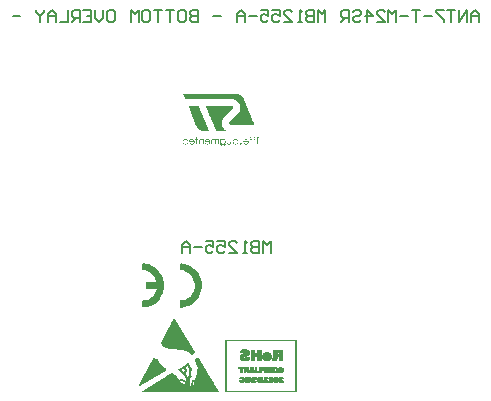
<source format=gbo>
G04 Layer_Color=65280*
%FSLAX44Y44*%
%MOMM*%
G71*
G01*
G75*
%ADD14C,0.2000*%
%ADD15C,0.1500*%
%ADD29C,0.0424*%
%ADD30C,0.0312*%
%ADD31C,0.0203*%
G36*
X108450Y222120D02*
X108450Y221544D01*
X107727Y221544D01*
X107727Y216587D01*
X108495Y216587D01*
Y216587D01*
X108495Y216026D01*
X106414Y216026D01*
Y216026D01*
X106414Y216587D01*
X107122Y216587D01*
Y216587D01*
X107122Y221544D01*
Y221544D01*
X107122Y222120D01*
X108450Y222120D01*
Y222120D01*
D02*
G37*
G36*
X105632Y220541D02*
X105632Y219966D01*
X104909Y219965D01*
X104909Y216587D01*
X105647Y216587D01*
Y216587D01*
X105647Y216026D01*
X103596Y216026D01*
Y216026D01*
X103596Y216587D01*
X104304Y216587D01*
Y216587D01*
X104304Y219965D01*
Y219966D01*
X104304Y220541D01*
X105632Y220541D01*
X105632Y220541D01*
D02*
G37*
G36*
X100778Y222193D02*
X100911Y222193D01*
X100955Y222179D01*
X101029D01*
X101073Y222164D01*
X101117Y222164D01*
X101147Y222149D01*
X101191Y222149D01*
X101221Y222134D01*
X101265Y222120D01*
X101294D01*
X101324Y222105D01*
X101368Y222090D01*
X101398Y222075D01*
X101427D01*
X101604Y221987D01*
X101634Y221957D01*
X101722Y221913D01*
X101737Y221884D01*
X101796Y221854D01*
X101855Y221795D01*
X101885Y221751D01*
X101929Y221721D01*
X101959Y221692D01*
X101978Y221662D01*
X101988Y221647D01*
X101988Y221647D01*
X101995Y221633D01*
X101995Y221633D01*
X102003Y221618D01*
X102003Y221618D01*
X102013Y221603D01*
X102022Y221588D01*
Y221588D01*
X102032Y221574D01*
X102032Y221574D01*
X102047Y221559D01*
X102047Y221559D01*
X102062Y221544D01*
X102062D01*
X102062Y221544D01*
X102067Y221529D01*
Y221529D01*
X102077Y221500D01*
X102077D01*
Y221500D01*
X102091Y221470D01*
X102101Y221456D01*
X102101Y221456D01*
X102121Y221426D01*
Y221426D01*
X102126Y221411D01*
X102136Y221382D01*
Y221382D01*
X102143Y221367D01*
X102150Y221352D01*
X102150Y221338D01*
Y221323D01*
Y221308D01*
X102155Y221293D01*
X102160Y221279D01*
X102165Y221264D01*
X102172Y221249D01*
X102180Y221234D01*
X102180Y221234D01*
X102195Y221190D01*
Y221146D01*
X102195Y221146D01*
X102199Y221131D01*
X102209Y221102D01*
Y221101D01*
Y221072D01*
Y221057D01*
X102217Y221042D01*
X102224Y221028D01*
Y220998D01*
Y220969D01*
Y220895D01*
X102239Y220851D01*
X102239Y220851D01*
Y220821D01*
Y220541D01*
X102962Y220541D01*
Y220541D01*
X102962Y219951D01*
X102239Y219951D01*
Y219951D01*
X102239Y216587D01*
X102962Y216587D01*
Y216587D01*
X102962Y216026D01*
X100896Y216026D01*
Y216026D01*
X100896Y216587D01*
X101634Y216587D01*
Y216587D01*
X101634Y219951D01*
X100896Y219951D01*
Y219951D01*
X100896Y220541D01*
X101634Y220541D01*
Y220541D01*
X101634Y220821D01*
X101619Y220851D01*
Y220851D01*
Y220895D01*
X101619Y220969D01*
X101604Y220998D01*
Y221028D01*
X101604Y221042D01*
X101597Y221057D01*
X101590Y221072D01*
Y221101D01*
X101590Y221102D01*
X101575Y221131D01*
Y221146D01*
X101575Y221146D01*
X101553Y221190D01*
X101531Y221234D01*
X101531Y221234D01*
X101516Y221249D01*
X101509Y221264D01*
X101501Y221279D01*
X101486Y221293D01*
X101479Y221308D01*
X101472Y221323D01*
X101457Y221338D01*
X101449Y221352D01*
X101442Y221367D01*
X101413Y221382D01*
Y221382D01*
X101398Y221411D01*
X101368Y221426D01*
X101368Y221426D01*
X101339Y221456D01*
X101324Y221456D01*
X101309Y221470D01*
X101280Y221500D01*
X101265Y221500D01*
X101236Y221529D01*
X101221Y221529D01*
X101206Y221544D01*
X101191Y221544D01*
X101177Y221559D01*
X101162Y221559D01*
X101132Y221574D01*
X101118Y221574D01*
X101103Y221588D01*
X101088Y221588D01*
X101059Y221603D01*
X101029D01*
X100999Y221618D01*
X100985D01*
Y221618D01*
X100970Y221633D01*
X100896Y221633D01*
X100882Y221647D01*
X100764Y221647D01*
X100763D01*
X100734Y221662D01*
Y221692D01*
Y221721D01*
Y221751D01*
Y221795D01*
X100734Y221854D01*
Y221884D01*
Y221913D01*
X100734Y221957D01*
Y221987D01*
Y222075D01*
Y222090D01*
Y222105D01*
Y222120D01*
Y222134D01*
Y222149D01*
Y222149D01*
Y222164D01*
Y222164D01*
Y222179D01*
Y222193D01*
Y222193D01*
X100734Y222208D01*
X100778Y222193D01*
D02*
G37*
G36*
X52178Y220644D02*
X52296Y220629D01*
X52414Y220600D01*
X52532Y220570D01*
X52650Y220541D01*
X52689Y220526D01*
X52768Y220497D01*
X52871Y220452D01*
X52975Y220393D01*
X53052Y220349D01*
X53130Y220305D01*
X53207Y220261D01*
X53285Y220216D01*
X53444Y220084D01*
X53462Y220069D01*
X53491Y220039D01*
X53506Y220025D01*
X53521Y220010D01*
X53580Y219951D01*
X53609Y219921D01*
X53639Y219892D01*
X53668Y219862D01*
X53712Y219818D01*
X53712D01*
X53786Y219729D01*
X53837Y219641D01*
X53845Y219626D01*
X53919Y219538D01*
X53927Y219523D01*
X53961Y219464D01*
X53995Y219405D01*
X54029Y219346D01*
X54037Y219331D01*
X54081Y219213D01*
X54119Y219125D01*
X54125Y219110D01*
X54170Y218992D01*
X54174Y218977D01*
X54199Y218888D01*
X54221Y218800D01*
X54229Y218770D01*
X54236Y218711D01*
X54247Y218623D01*
Y218623D01*
X54253Y218579D01*
X54258Y218534D01*
X54260Y218520D01*
X54265Y218475D01*
X54273Y218402D01*
Y218151D01*
X54260Y218047D01*
Y218047D01*
X54249Y217959D01*
X54240Y217885D01*
X54231Y217811D01*
X54229Y217797D01*
X54214Y217738D01*
X54192Y217649D01*
X54170Y217561D01*
X54148Y217502D01*
X54125Y217442D01*
X54081Y217339D01*
X54065Y217295D01*
X54043Y217236D01*
X54037Y217221D01*
X54003Y217162D01*
X53978Y217118D01*
X53968Y217103D01*
X53929Y217044D01*
X53919Y217029D01*
X53845Y216926D01*
X53845Y216926D01*
X53820Y216882D01*
X53795Y216838D01*
X53786Y216823D01*
X53749Y216779D01*
X53712Y216734D01*
X53683Y216705D01*
X53639Y216661D01*
X53550Y216572D01*
X53550Y216572D01*
X53532Y216557D01*
X53497Y216528D01*
X53479Y216513D01*
X53462Y216498D01*
X53373Y216410D01*
X53321Y216380D01*
X53270Y216351D01*
X53252Y216336D01*
X53181Y216277D01*
X53181D01*
X53104Y216233D01*
X53026Y216188D01*
X52975Y216159D01*
X52940Y216144D01*
X52871Y216115D01*
X52832Y216100D01*
X52753Y216070D01*
X52650Y216026D01*
X52473Y215982D01*
X52414Y215967D01*
X52178Y215938D01*
X52045Y215923D01*
X51735D01*
X51632Y215938D01*
X51455Y215967D01*
X51352Y215982D01*
X51219Y216026D01*
X51086Y216070D01*
X50998Y216100D01*
X50973Y216115D01*
X50924Y216144D01*
X50894Y216159D01*
X50835Y216188D01*
X50761Y216233D01*
X50673Y216277D01*
X50673D01*
X50599Y216336D01*
X50575Y216351D01*
X50525Y216380D01*
X50489Y216410D01*
X50378Y216498D01*
X50360Y216513D01*
X50341Y216528D01*
X50304Y216557D01*
Y216557D01*
X50281Y216587D01*
X50269Y216602D01*
X50245Y216631D01*
Y216631D01*
X50127Y216749D01*
X50112Y216764D01*
X50089Y216793D01*
X50065Y216823D01*
X50053Y216838D01*
X50036Y216867D01*
X50018Y216897D01*
X50009Y216911D01*
X49950Y216985D01*
X49928Y217029D01*
X49906Y217074D01*
X49879Y217118D01*
X49861Y217148D01*
X49854Y217162D01*
X49832Y217206D01*
X49810Y217251D01*
X49788Y217295D01*
X49743Y217383D01*
X49729Y217413D01*
X49719Y217443D01*
X49704Y217487D01*
X49689Y217531D01*
X49685Y217546D01*
X50363Y217546D01*
X50363Y217546D01*
X50363Y217531D01*
X50378Y217487D01*
X50407Y217443D01*
X50415Y217413D01*
X50422Y217383D01*
X50481Y217295D01*
X50496Y217251D01*
X50525Y217206D01*
X50570Y217162D01*
X50580Y217148D01*
X50599Y217118D01*
X50644Y217074D01*
X50673Y217029D01*
X50717Y216985D01*
X50791Y216911D01*
X50806Y216897D01*
X50850Y216867D01*
X50889Y216838D01*
X50909Y216823D01*
X50953Y216793D01*
X50993Y216764D01*
X51012Y216749D01*
X51248Y216631D01*
X51248Y216631D01*
X51322Y216602D01*
X51396Y216587D01*
X51455Y216557D01*
X51455Y216557D01*
X51603Y216528D01*
X51691Y216513D01*
X51765D01*
X51853Y216498D01*
X52016D01*
X52089Y216513D01*
X52178D01*
X52252Y216528D01*
X52340Y216557D01*
X52414Y216572D01*
X52414Y216572D01*
X52635Y216661D01*
X52709Y216705D01*
X52783Y216734D01*
X52857Y216779D01*
X52901Y216823D01*
X52916Y216838D01*
X52975Y216882D01*
X53048Y216926D01*
Y216926D01*
X53152Y217029D01*
X53166Y217044D01*
X53211Y217103D01*
X53225Y217118D01*
X53270Y217162D01*
X53305Y217221D01*
X53314Y217236D01*
X53358Y217295D01*
X53385Y217339D01*
X53447Y217442D01*
X53447D01*
X53476Y217502D01*
X53500Y217561D01*
X53535Y217649D01*
X53565Y217738D01*
X53577Y217797D01*
X53580Y217811D01*
X53609Y217885D01*
X53609Y217959D01*
X53624Y218047D01*
X49567Y218047D01*
Y218151D01*
X49566Y218402D01*
X49566Y218475D01*
X49581Y218520D01*
Y218534D01*
Y218579D01*
X49596Y218623D01*
X49596Y218667D01*
X49611Y218711D01*
X49611Y218770D01*
X49626Y218815D01*
X49655Y218903D01*
X49670Y218947D01*
Y218977D01*
X49670Y218992D01*
X49685Y219036D01*
X49704Y219065D01*
X49714Y219080D01*
X49734Y219139D01*
X49773Y219257D01*
X49802Y219301D01*
X49817Y219346D01*
X49832Y219361D01*
X49847Y219375D01*
X49861Y219420D01*
X49911Y219493D01*
X49950Y219552D01*
X49972Y219597D01*
X49980Y219611D01*
X50013Y219656D01*
X50024Y219670D01*
X50053Y219715D01*
X50098Y219774D01*
X50112Y219788D01*
X50142Y219818D01*
X50153Y219833D01*
X50186Y219877D01*
X50208Y219907D01*
X50230Y219936D01*
X50230Y219936D01*
X50270Y219965D01*
X50289Y219980D01*
X50304Y219995D01*
X50348Y220039D01*
X50363Y220054D01*
X50378Y220069D01*
X50393Y220084D01*
Y220084D01*
X50570Y220216D01*
X50629Y220261D01*
X50703Y220305D01*
X50761Y220349D01*
X50835Y220393D01*
X50983Y220452D01*
X51057Y220497D01*
X51130Y220526D01*
X51219Y220541D01*
X51293Y220570D01*
X51381Y220600D01*
X51558Y220629D01*
X51647Y220644D01*
X51735D01*
X51839Y220659D01*
X52060D01*
X52178Y220644D01*
D02*
G37*
G36*
X98034Y220526D02*
X98137Y220511D01*
X98255Y220497D01*
X98373Y220467D01*
X98442Y220438D01*
X98476Y220423D01*
X98595Y220393D01*
X98698Y220349D01*
X98775Y220305D01*
X98801Y220290D01*
X98904Y220246D01*
X98993Y220187D01*
Y220187D01*
X99075Y220128D01*
X99096Y220113D01*
X99185Y220054D01*
X99273Y219980D01*
X99288Y219965D01*
X99303Y219951D01*
X99332Y219921D01*
X99347Y219907D01*
X99376Y219877D01*
X99391Y219862D01*
X99436Y219818D01*
X99460Y219788D01*
X99485Y219759D01*
X99522Y219715D01*
X99558Y219670D01*
X99632Y219582D01*
X99657Y219552D01*
X99674Y219523D01*
X99699Y219479D01*
X99733Y219420D01*
X99767Y219361D01*
X99775Y219346D01*
X99819Y219242D01*
X99853Y219184D01*
X99878Y219139D01*
X99891Y219110D01*
X99916Y219051D01*
X99922Y219036D01*
X99937Y218977D01*
X99952Y218918D01*
X99956Y218903D01*
X99977Y218829D01*
X99981Y218815D01*
X99996Y218756D01*
X100015Y218682D01*
X100033Y218608D01*
X100041Y218579D01*
X100045Y218535D01*
X100045Y218534D01*
X100054Y218461D01*
X100055Y218446D01*
Y218018D01*
Y218018D01*
Y217974D01*
X100050Y217929D01*
X100041Y217856D01*
X100040D01*
X100018Y217767D01*
X100000Y217693D01*
X99952Y217502D01*
X99908Y217398D01*
X99844Y217251D01*
X99819Y217192D01*
X99785Y217133D01*
X99743Y217059D01*
X99701Y216985D01*
X99642Y216897D01*
X99642D01*
X99605Y216852D01*
X99568Y216808D01*
X99558Y216793D01*
X99529Y216749D01*
X99509Y216720D01*
X99465Y216675D01*
X99421Y216631D01*
X99362Y216572D01*
X99347Y216557D01*
X99312Y216528D01*
X99294Y216513D01*
X99276Y216498D01*
X99258Y216483D01*
X99241Y216469D01*
X99170Y216410D01*
X99117Y216366D01*
X99081Y216336D01*
X99056Y216321D01*
X98978Y216277D01*
X98890Y216218D01*
X98786Y216159D01*
X98752Y216144D01*
X98683Y216115D01*
X98565Y216070D01*
X98531Y216056D01*
X98462Y216026D01*
X98462D01*
X98344Y215997D01*
X98226Y215967D01*
X98122Y215952D01*
X97990Y215938D01*
X97872Y215923D01*
X97577D01*
X97488Y215938D01*
X97400Y215952D01*
X97326Y215967D01*
X97149Y215997D01*
X97075Y216026D01*
X97075D01*
X96986Y216056D01*
X96950Y216070D01*
X96839Y216115D01*
X96750Y216144D01*
X96726Y216159D01*
X96627Y216218D01*
X96529Y216277D01*
X96455Y216321D01*
X96435Y216336D01*
X96396Y216366D01*
X96322Y216410D01*
X96263Y216469D01*
X96245Y216483D01*
X96227Y216498D01*
X96190Y216528D01*
X96160Y216557D01*
X96145Y216572D01*
X96131Y216587D01*
X96101Y216616D01*
X96086Y216631D01*
X96057Y216661D01*
X96027Y216690D01*
X96013Y216705D01*
X95990Y216734D01*
X95968Y216764D01*
Y216764D01*
X95933Y216808D01*
X95909Y216838D01*
X95892Y216867D01*
X95865Y216911D01*
X95806Y216970D01*
X95771Y217029D01*
X95744Y217074D01*
X95717Y217118D01*
Y217118D01*
X95688Y217206D01*
Y217206D01*
X95653Y217265D01*
X95644Y217280D01*
X95634Y217310D01*
X95629Y217324D01*
X96278Y217325D01*
X96278Y217324D01*
X96293Y217310D01*
X96313Y217280D01*
X96322Y217265D01*
X96352Y217206D01*
Y217206D01*
X96411Y217118D01*
X96411Y217118D01*
X96455Y217074D01*
X96485Y217029D01*
X96544Y216970D01*
X96603Y216911D01*
X96647Y216867D01*
X96691Y216838D01*
X96735Y216808D01*
X96780Y216764D01*
X96780Y216764D01*
X96839Y216734D01*
X96883Y216705D01*
X96883D01*
X96927Y216690D01*
X96972Y216661D01*
X97031Y216631D01*
X97075Y216616D01*
X97134Y216587D01*
X97193Y216572D01*
X97237Y216557D01*
X97355Y216528D01*
X97473Y216498D01*
X97532D01*
X97591Y216483D01*
X97945D01*
X98019Y216498D01*
X98108Y216513D01*
X98181Y216528D01*
X98255Y216557D01*
X98344Y216572D01*
X98491Y216631D01*
X98550Y216675D01*
X98624Y216720D01*
X98698Y216749D01*
X98757Y216793D01*
X98772Y216808D01*
X98816Y216852D01*
X98890Y216897D01*
X98890D01*
X98978Y216985D01*
X99052Y217059D01*
X99096Y217133D01*
X99140Y217192D01*
X99185Y217251D01*
X99273Y217398D01*
X99315Y217502D01*
X99391Y217693D01*
X99406Y217767D01*
X99421Y217856D01*
X99436Y217929D01*
X99443Y217974D01*
X99450Y218018D01*
X95467Y218018D01*
X95467Y218446D01*
X95467Y218461D01*
X95485Y218534D01*
X95496Y218579D01*
X95499Y218608D01*
X95509Y218697D01*
X95511Y218711D01*
X95528Y218770D01*
X95540Y218815D01*
X95570Y218933D01*
X95592Y218992D01*
X95614Y219051D01*
X95620Y219065D01*
X95646Y219125D01*
X95677Y219198D01*
X95703Y219257D01*
X95770Y219375D01*
X95838Y219493D01*
X95863Y219538D01*
X95880Y219567D01*
X95899Y219597D01*
X95939Y219656D01*
X95963Y219685D01*
X96000Y219729D01*
X96013Y219744D01*
X96027Y219759D01*
X96072Y219803D01*
X96160Y219892D01*
X96175Y219907D01*
X96175D01*
X96210Y219936D01*
X96228Y219951D01*
X96246Y219965D01*
X96263Y219980D01*
X96352Y220054D01*
X96423Y220113D01*
X96440Y220128D01*
X96544Y220187D01*
Y220187D01*
X96632Y220246D01*
X96710Y220290D01*
X96735Y220305D01*
X96854Y220349D01*
X96957Y220393D01*
X97026Y220423D01*
X97060Y220438D01*
X97178Y220467D01*
X97296Y220497D01*
X97414Y220511D01*
X97532Y220526D01*
X97665Y220541D01*
X97901D01*
X98034Y220526D01*
D02*
G37*
G36*
X85257Y220541D02*
X85257Y217856D01*
Y217811D01*
Y217811D01*
X85242Y217752D01*
Y217679D01*
Y217634D01*
X85242Y217634D01*
X85231Y217590D01*
X85227Y217575D01*
Y217561D01*
Y217531D01*
X85224Y217516D01*
X85212Y217472D01*
Y217472D01*
Y217442D01*
Y217428D01*
X85205Y217398D01*
X85198Y217369D01*
X85198Y217369D01*
X85183Y217325D01*
X85183Y217325D01*
Y217295D01*
Y217265D01*
X85178Y217251D01*
X85139Y217133D01*
X85124Y217088D01*
X85094Y217000D01*
X85090Y216985D01*
X85080Y216956D01*
X85060Y216926D01*
X85050Y216911D01*
X85043Y216897D01*
X85035Y216882D01*
X85016Y216823D01*
X85011Y216808D01*
X85006Y216793D01*
X84991Y216779D01*
X84977Y216764D01*
X84977Y216764D01*
X84967Y216734D01*
X84962Y216720D01*
X84962Y216720D01*
X84932Y216690D01*
X84903Y216661D01*
X84888Y216616D01*
X84873Y216602D01*
X84858Y216587D01*
X84829Y216557D01*
X84829D01*
X84814Y216542D01*
X84807Y216528D01*
X84807D01*
X84799Y216513D01*
X84799Y216513D01*
X84799D01*
X84785Y216498D01*
Y216498D01*
X84770Y216483D01*
X84652Y216366D01*
X84608Y216336D01*
X84578Y216306D01*
X84467Y216233D01*
X84401Y216188D01*
X84357Y216174D01*
X84312Y216144D01*
X84312Y216144D01*
X84254Y216115D01*
X84254D01*
X84209Y216085D01*
X84209Y216085D01*
X84150Y216070D01*
X84150Y216070D01*
X84091Y216041D01*
X84091Y216041D01*
X84032Y216026D01*
X84032D01*
X83973Y215997D01*
X83973Y215997D01*
X83899Y215982D01*
X83840Y215967D01*
X83619Y215923D01*
X83545D01*
X83471Y215908D01*
X83221D01*
X83132Y215923D01*
X83058D01*
X82837Y215967D01*
X82778Y215982D01*
X82719Y215997D01*
X82719Y215997D01*
X82645Y216026D01*
X82645D01*
X82586Y216041D01*
Y216041D01*
X82542Y216070D01*
X82542Y216070D01*
X82483Y216085D01*
X82483Y216085D01*
X82439Y216115D01*
X82380Y216144D01*
X82380Y216144D01*
X82336Y216174D01*
X82313Y216188D01*
X82247Y216233D01*
X82173Y216306D01*
X82144Y216336D01*
X82114Y216366D01*
X81996Y216483D01*
Y216483D01*
X81989Y216498D01*
X81989D01*
X81981Y216513D01*
X81981Y216513D01*
X81967Y216528D01*
X81967Y216528D01*
X81952Y216542D01*
X81945Y216557D01*
X81937Y216572D01*
X81930Y216587D01*
Y216587D01*
X81922Y216602D01*
X81908Y216616D01*
X81893Y216645D01*
X81893Y216026D01*
X81288Y216026D01*
Y216026D01*
Y216645D01*
Y216675D01*
Y216705D01*
Y216749D01*
Y216779D01*
Y216793D01*
Y216823D01*
Y216838D01*
X81288Y216867D01*
Y216882D01*
Y216911D01*
Y216941D01*
Y216956D01*
Y216985D01*
Y217015D01*
Y217074D01*
Y217103D01*
Y217162D01*
Y217192D01*
Y217236D01*
X81288Y217265D01*
Y217354D01*
Y217383D01*
Y217472D01*
Y217531D01*
Y217575D01*
Y217693D01*
Y217738D01*
Y217811D01*
Y217929D01*
Y218003D01*
X81288Y220541D01*
X81922D01*
Y218003D01*
X81937Y217929D01*
Y217811D01*
X81952Y217738D01*
Y217693D01*
X81981Y217575D01*
Y217531D01*
X81996Y217472D01*
X82026Y217383D01*
X82040Y217354D01*
X82070Y217265D01*
X82085Y217236D01*
X82099Y217192D01*
X82129Y217162D01*
X82158Y217103D01*
X82188Y217074D01*
X82217Y217015D01*
X82247Y216985D01*
X82262Y216956D01*
X82291Y216941D01*
X82306Y216911D01*
X82335Y216882D01*
X82365Y216867D01*
X82380Y216838D01*
X82409Y216823D01*
X82424Y216793D01*
X82453Y216779D01*
X82468Y216749D01*
X82557Y216705D01*
X82571Y216675D01*
X82632Y216645D01*
X82690Y216616D01*
X82719Y216602D01*
X82749Y216587D01*
X82763Y216587D01*
X82793Y216572D01*
X82837Y216557D01*
X82867Y216542D01*
X82896D01*
X82926Y216528D01*
X82955Y216528D01*
X82985Y216513D01*
X83058Y216513D01*
X83059D01*
X83088Y216498D01*
X83191D01*
X83236Y216483D01*
X83383Y216483D01*
X83427Y216498D01*
X83545Y216498D01*
X83575Y216513D01*
X83619D01*
X83619Y216513D01*
X83649Y216528D01*
X83693D01*
X83722Y216542D01*
X83767Y216557D01*
X83796D01*
X83855Y216587D01*
X83899Y216602D01*
X83929Y216616D01*
X84017Y216661D01*
X84076Y216690D01*
X84106Y216720D01*
X84106Y216720D01*
X84135Y216734D01*
X84165Y216764D01*
X84165Y216764D01*
X84194Y216779D01*
X84202Y216793D01*
X84209Y216808D01*
X84239Y216823D01*
X84298Y216882D01*
X84312Y216897D01*
X84320Y216911D01*
X84327Y216926D01*
X84357Y216956D01*
X84372Y216985D01*
X84386Y217000D01*
X84431Y217088D01*
X84445Y217133D01*
X84504Y217251D01*
X84509Y217265D01*
X84519Y217295D01*
X84534Y217325D01*
Y217325D01*
Y217369D01*
Y217369D01*
X84549Y217398D01*
X84558Y217428D01*
X84563Y217442D01*
X84563Y217472D01*
Y217472D01*
X84578Y217516D01*
Y217531D01*
Y217561D01*
X84586Y217575D01*
X84593Y217590D01*
X84593Y217634D01*
Y217634D01*
X84608Y217679D01*
Y217752D01*
X84608Y217811D01*
Y217811D01*
X84622Y217856D01*
Y220541D01*
X85257Y220541D01*
X85257Y220541D01*
D02*
G37*
G36*
X93445Y217457D02*
X93519D01*
X93519Y217457D01*
X93563Y217442D01*
X93593D01*
X93593Y217442D01*
X93637Y217428D01*
X93681Y217413D01*
X93711Y217398D01*
X93740Y217383D01*
X93785Y217369D01*
X93785D01*
X93814Y217339D01*
X93814Y217339D01*
X93844Y217325D01*
X93844Y217325D01*
X93873Y217295D01*
X93873Y217295D01*
X93903Y217280D01*
X93903D01*
X93962Y217221D01*
X93991Y217192D01*
X94021Y217162D01*
X94036Y217133D01*
X94036Y217133D01*
X94065Y217103D01*
X94065Y217103D01*
X94080Y217059D01*
X94080Y217059D01*
X94095Y217029D01*
X94109Y217000D01*
X94109D01*
X94124Y216956D01*
X94124D01*
X94139Y216926D01*
X94154Y216882D01*
X94168Y216838D01*
X94168Y216838D01*
Y216808D01*
X94168Y216808D01*
X94183Y216764D01*
X94183Y216602D01*
X94168Y216557D01*
Y216557D01*
Y216513D01*
X94168Y216513D01*
X94153Y216483D01*
Y216483D01*
X94139Y216439D01*
X94139Y216439D01*
X94124Y216410D01*
X94124Y216410D01*
X94109Y216366D01*
X94109D01*
X94094Y216336D01*
Y216336D01*
X94080Y216292D01*
Y216292D01*
X94065Y216262D01*
X94036Y216233D01*
X94021Y216203D01*
X93991Y216174D01*
X93962Y216144D01*
X93903Y216085D01*
X93903Y216085D01*
X93873Y216070D01*
X93873Y216070D01*
X93844Y216041D01*
X93844Y216041D01*
X93814Y216026D01*
X93814D01*
X93785Y215997D01*
X93785Y215997D01*
X93741Y215982D01*
X93711Y215967D01*
X93681Y215952D01*
X93637Y215938D01*
X93593Y215923D01*
X93563D01*
X93563Y215923D01*
X93519Y215908D01*
X93475Y215908D01*
X93475Y215908D01*
X93445Y215893D01*
X93357Y215893D01*
X93357Y215893D01*
X93313Y215908D01*
X93268Y215908D01*
Y215908D01*
X93239Y215923D01*
X93195Y215923D01*
X93195D01*
X93165Y215938D01*
X93121Y215952D01*
X93091Y215967D01*
X93047Y215982D01*
X93018Y215997D01*
X93017Y215997D01*
X92973Y216026D01*
X92973D01*
X92944Y216041D01*
X92944Y216041D01*
X92914Y216070D01*
X92914Y216070D01*
X92885Y216085D01*
Y216085D01*
X92826Y216144D01*
X92811Y216174D01*
X92781Y216203D01*
X92752Y216233D01*
X92737Y216262D01*
X92722Y216292D01*
X92722Y216292D01*
X92693Y216336D01*
Y216336D01*
X92678Y216366D01*
X92663Y216410D01*
Y216410D01*
X92649Y216439D01*
Y216439D01*
X92634Y216483D01*
Y216483D01*
X92634Y216513D01*
X92634Y216513D01*
X92619Y216557D01*
Y216557D01*
Y216602D01*
Y216764D01*
Y216808D01*
Y216808D01*
X92634Y216838D01*
Y216838D01*
X92634Y216882D01*
X92649Y216926D01*
X92663Y216956D01*
X92678Y217000D01*
X92693Y217029D01*
X92722Y217059D01*
Y217059D01*
X92737Y217103D01*
Y217103D01*
X92752Y217133D01*
X92752Y217133D01*
X92781Y217162D01*
X92811Y217192D01*
X92826Y217221D01*
X92885Y217280D01*
X92914Y217295D01*
X92914Y217295D01*
X92944Y217325D01*
X92944Y217325D01*
X92973Y217339D01*
X92973Y217339D01*
X93018Y217369D01*
X93018D01*
X93047Y217383D01*
X93091Y217398D01*
X93121Y217413D01*
X93165Y217428D01*
X93195Y217442D01*
X93239Y217442D01*
X93268Y217457D01*
X93357Y217457D01*
X93357D01*
X93401Y217472D01*
X93445Y217457D01*
D02*
G37*
G36*
X13524Y115119D02*
X16049Y114377D01*
X17097Y113778D01*
X18443Y113329D01*
X20381Y111987D01*
X21571Y111244D01*
X24262Y108403D01*
X25900Y106018D01*
X27386Y102896D01*
X28279Y99021D01*
Y94248D01*
X27383Y90509D01*
X26189Y87830D01*
X24994Y86042D01*
X24697Y85448D01*
X22920Y83374D01*
X22176Y82928D01*
X20376Y81278D01*
X17237Y79484D01*
X13670Y78298D01*
X10702Y77968D01*
X9746Y78804D01*
X9625Y83766D01*
X11614Y84051D01*
X12522Y84050D01*
X14022Y84650D01*
X14485D01*
X15685Y85400D01*
X16002D01*
X16452Y85851D01*
X16752D01*
X17503Y86601D01*
X17809D01*
X18709Y87652D01*
X18864D01*
X19765Y88852D01*
X19927D01*
X20828Y90504D01*
X20994D01*
X21444Y91854D01*
X21601D01*
X22115Y93909D01*
X13374D01*
Y99359D01*
X22096D01*
X21926Y100722D01*
X20711Y103305D01*
X19651Y104667D01*
X19199Y105422D01*
X17224Y107093D01*
X15253Y108306D01*
X12221Y109368D01*
X9622Y109512D01*
Y114475D01*
X10553Y115339D01*
X13524Y115119D01*
D02*
G37*
G36*
X45493Y115119D02*
X48780Y114074D01*
X52047Y112289D01*
X53250Y111237D01*
X53845Y110939D01*
X56080Y108554D01*
X57720Y106168D01*
X59062Y103481D01*
X60099Y99767D01*
X60248Y94529D01*
X59950Y92753D01*
X58904Y89317D01*
X57712Y87088D01*
X56365Y85294D01*
X56071Y84707D01*
X55170Y83956D01*
X54894Y83403D01*
X54619D01*
X53081Y81865D01*
X50850Y80380D01*
X48461Y79188D01*
X44881Y78145D01*
X42527Y77942D01*
X41591Y78801D01*
Y83777D01*
X42080Y83899D01*
X43584D01*
X45536Y84500D01*
X46000D01*
X47351Y85250D01*
X47671D01*
X48121Y85701D01*
X48421D01*
X49022Y86301D01*
X49337D01*
X49637Y86751D01*
X49928D01*
X50828Y87802D01*
X50988D01*
X52188Y89603D01*
X52352D01*
X53402Y91854D01*
X53574D01*
X54025Y93955D01*
X54195D01*
X54350Y98445D01*
X54045Y99971D01*
X53136Y102393D01*
X51613Y104829D01*
X51164Y105129D01*
X50692Y105917D01*
X50373D01*
X49349Y106939D01*
X47224Y108306D01*
X44191Y109368D01*
X41591Y109512D01*
Y114475D01*
X42522Y115339D01*
X45493Y115119D01*
D02*
G37*
G36*
X60101Y220644D02*
X60234D01*
X60293Y220629D01*
X60293D01*
X60337Y220615D01*
X60396Y220615D01*
X60455Y220600D01*
X60514Y220585D01*
X60558Y220570D01*
X60558D01*
X60588Y220556D01*
X60617Y220541D01*
X60706Y220511D01*
X60728Y220497D01*
X60750Y220482D01*
X60794Y220467D01*
X60816Y220452D01*
X60839Y220438D01*
X60883Y220423D01*
X60905Y220408D01*
X60949Y220379D01*
X60971Y220364D01*
X60986Y220349D01*
X61001Y220334D01*
X61001Y220334D01*
X61045Y220320D01*
X61060Y220305D01*
X61075Y220290D01*
X61119Y220261D01*
X61149Y220231D01*
X61178Y220201D01*
X61207Y220172D01*
X61237Y220142D01*
X61266Y220113D01*
X61274Y220098D01*
X61281Y220084D01*
X61296Y220069D01*
X61296Y220069D01*
X61311Y220054D01*
X61318Y220039D01*
X61318Y220039D01*
X61325Y220025D01*
X61325Y220541D01*
X61975Y220541D01*
X61975Y220541D01*
Y220025D01*
Y220025D01*
Y220010D01*
Y220010D01*
Y219980D01*
Y219965D01*
Y219951D01*
Y219936D01*
Y219907D01*
Y219892D01*
Y219862D01*
Y219847D01*
Y219818D01*
Y219788D01*
Y219759D01*
Y219729D01*
X61975Y219597D01*
Y219567D01*
Y219538D01*
Y219508D01*
Y219464D01*
Y219434D01*
Y219405D01*
Y219361D01*
Y219331D01*
Y219287D01*
Y219257D01*
Y219213D01*
Y219184D01*
Y219051D01*
Y219006D01*
Y218977D01*
Y218933D01*
X61975Y218888D01*
Y218829D01*
Y218785D01*
X61975Y216012D01*
X61326Y216011D01*
Y216012D01*
X61325Y218785D01*
X61311Y218829D01*
Y218888D01*
X61296Y218933D01*
X61296Y218977D01*
X61281Y219006D01*
X61281Y219051D01*
X61237Y219184D01*
X61222Y219213D01*
X61207Y219257D01*
X61193Y219287D01*
X61178Y219331D01*
X61163Y219361D01*
X61149Y219405D01*
X61134Y219434D01*
X61104Y219464D01*
X61090Y219508D01*
X61075Y219538D01*
X61045Y219567D01*
X61031Y219597D01*
X60898Y219729D01*
X60853Y219759D01*
X60824Y219788D01*
X60780Y219818D01*
X60750Y219847D01*
X60706Y219862D01*
X60676Y219892D01*
X60632Y219907D01*
X60603Y219936D01*
X60558Y219951D01*
X60529Y219965D01*
X60485Y219980D01*
X60426Y220010D01*
X60381Y220010D01*
X60352Y220025D01*
X60322D01*
X60321Y220025D01*
X60293Y220039D01*
X60248Y220039D01*
X60219Y220054D01*
X60160D01*
X60145Y220069D01*
X59821Y220069D01*
X59821D01*
X59791Y220054D01*
X59732Y220054D01*
X59703Y220039D01*
X59673Y220039D01*
X59644Y220025D01*
X59614Y220025D01*
X59614D01*
X59570Y220010D01*
X59540D01*
X59511Y219995D01*
X59467Y219980D01*
X59437Y219965D01*
X59393Y219951D01*
X59393Y219951D01*
X59363Y219936D01*
X59319Y219907D01*
X59319D01*
X59289Y219892D01*
X59245Y219862D01*
X59245Y219862D01*
X59216Y219848D01*
X59194Y219833D01*
X59171Y219818D01*
X59142Y219788D01*
X59098Y219759D01*
X59039Y219700D01*
X59009Y219670D01*
X58980Y219656D01*
X58972Y219641D01*
X58965Y219626D01*
X58935Y219597D01*
X58921Y219567D01*
X58906Y219552D01*
X58891Y219538D01*
X58876Y219508D01*
X58867Y219493D01*
X58847Y219464D01*
X58840Y219449D01*
X58817Y219405D01*
X58812Y219390D01*
X58803Y219361D01*
X58788Y219346D01*
X58773Y219331D01*
X58758Y219301D01*
X58734Y219228D01*
X58729Y219213D01*
X58714Y219184D01*
X58714Y219184D01*
Y219139D01*
X58709Y219125D01*
X58685Y219051D01*
X58670Y219021D01*
Y218977D01*
X58660Y218947D01*
X58655Y218933D01*
X58655Y218888D01*
X58640Y218844D01*
X58640Y218829D01*
Y218785D01*
X58630Y218756D01*
X58625Y218741D01*
X58625Y218564D01*
Y218505D01*
Y216012D01*
X57976Y216011D01*
Y216012D01*
X57976Y218505D01*
X57991Y218564D01*
Y218741D01*
Y218756D01*
X57997Y218785D01*
X58006Y218829D01*
Y218844D01*
Y218888D01*
Y218933D01*
Y218947D01*
X58013Y218977D01*
X58024Y219021D01*
X58032Y219051D01*
X58050Y219125D01*
Y219139D01*
Y219184D01*
X58050Y219184D01*
X58060Y219213D01*
X58065Y219228D01*
X58083Y219301D01*
X58091Y219331D01*
X58094Y219346D01*
X58104Y219361D01*
X58124Y219390D01*
X58128Y219405D01*
X58139Y219449D01*
X58144Y219464D01*
X58153Y219493D01*
X58161Y219508D01*
X58176Y219538D01*
X58183Y219552D01*
X58188Y219567D01*
X58198Y219597D01*
X58217Y219626D01*
X58227Y219641D01*
X58231Y219656D01*
X58235Y219670D01*
X58242Y219700D01*
X58281Y219759D01*
X58301Y219788D01*
X58321Y219818D01*
X58330Y219833D01*
X58338Y219848D01*
X58345Y219862D01*
X58345Y219862D01*
X58365Y219892D01*
X58375Y219907D01*
X58404Y219936D01*
X58419Y219951D01*
Y219951D01*
X58429Y219965D01*
X58439Y219980D01*
X58449Y219995D01*
X58463Y220010D01*
X58478Y220025D01*
Y220025D01*
X58488Y220039D01*
Y220039D01*
X58498Y220054D01*
Y220054D01*
X58507Y220069D01*
X58530Y220084D01*
X58552Y220098D01*
X58562Y220113D01*
X58581Y220142D01*
X58625Y220172D01*
X58655Y220201D01*
X58699Y220231D01*
X58729Y220261D01*
X58758Y220290D01*
X58773Y220305D01*
X58795Y220320D01*
X58817Y220334D01*
X58817Y220334D01*
X58862Y220349D01*
X58884Y220364D01*
X58906Y220379D01*
X58935Y220408D01*
X58980Y220423D01*
X59002Y220438D01*
X59024Y220452D01*
X59068Y220467D01*
X59090Y220482D01*
X59112Y220497D01*
X59157Y220511D01*
X59245Y220541D01*
X59289Y220556D01*
X59348Y220570D01*
X59349D01*
X59393Y220585D01*
X59437Y220600D01*
X59496Y220615D01*
X59540D01*
X59540Y220615D01*
X59599Y220629D01*
X59644D01*
X59703Y220644D01*
X59806D01*
X59865Y220659D01*
X60042D01*
X60101Y220644D01*
D02*
G37*
G36*
X56353Y222120D02*
X56353Y220541D01*
X57283Y220541D01*
Y220541D01*
X57283Y219966D01*
X56354Y219965D01*
X56354Y219965D01*
X56353Y216012D01*
X55704Y216011D01*
Y216012D01*
X55704Y219965D01*
X54642Y219965D01*
Y219966D01*
X54642Y220541D01*
X55704Y220541D01*
Y220541D01*
X55704Y222120D01*
X56353Y222120D01*
X56353Y222120D01*
D02*
G37*
G36*
X44786Y222120D02*
X44786Y219818D01*
X44845Y219892D01*
X44869Y219921D01*
X44904Y219965D01*
X44904D01*
X44934Y219995D01*
X44963Y220025D01*
X45007Y220069D01*
X45022Y220084D01*
X45081Y220142D01*
X45136Y220187D01*
X45155Y220202D01*
X45234Y220261D01*
X45273Y220290D01*
X45322Y220320D01*
X45347Y220334D01*
X45406Y220364D01*
X45430Y220379D01*
X45480Y220408D01*
X45539Y220438D01*
X45612Y220467D01*
X45671Y220497D01*
X45730Y220511D01*
X45760Y220526D01*
X45789Y220541D01*
X45863Y220556D01*
X45922Y220570D01*
X46040Y220600D01*
X46084Y220615D01*
X46143Y220629D01*
X46203D01*
X46247Y220644D01*
X46335D01*
X46379Y220659D01*
X46660Y220659D01*
X46660Y220659D01*
X46793Y220644D01*
X46793D01*
X46926Y220629D01*
X46992Y220615D01*
X47058Y220600D01*
X47191Y220570D01*
X47235Y220556D01*
X47280Y220541D01*
X47324Y220526D01*
X47363Y220511D01*
X47403Y220497D01*
X47481Y220467D01*
X47560Y220438D01*
X47611Y220408D01*
X47663Y220379D01*
X47693Y220364D01*
X47752Y220334D01*
X47781Y220320D01*
X47833Y220290D01*
X47884Y220261D01*
X47967Y220202D01*
X47988Y220187D01*
X48041Y220142D01*
X48112Y220084D01*
X48129Y220069D01*
X48165Y220039D01*
X48180Y220025D01*
X48194Y220010D01*
X48253Y219951D01*
Y219951D01*
X48302Y219892D01*
X48339Y219848D01*
X48413Y219759D01*
X48462Y219700D01*
X48475Y219685D01*
X48506Y219641D01*
X48548Y219582D01*
X48588Y219523D01*
X48607Y219493D01*
X48624Y219464D01*
X48667Y219390D01*
X48698Y219316D01*
X48730Y219242D01*
X48755Y219184D01*
X48766Y219154D01*
X48794Y219080D01*
X48799Y219065D01*
X48831Y218992D01*
X48843Y218962D01*
X48865Y218888D01*
X48873Y218859D01*
X48880Y218800D01*
X48888Y218741D01*
X48917Y218638D01*
X48932Y218520D01*
Y218387D01*
Y218165D01*
X48922Y218077D01*
X48917Y218033D01*
X48912Y217988D01*
X48899Y217885D01*
X48888Y217797D01*
X48866Y217708D01*
X48847Y217634D01*
X48829Y217561D01*
X48823Y217546D01*
X48790Y217457D01*
X48740Y217325D01*
X48690Y217236D01*
X48647Y217162D01*
X48614Y217103D01*
X48572Y217029D01*
X48504Y216911D01*
Y216911D01*
X48455Y216852D01*
X48357Y216734D01*
X48298Y216675D01*
X48268Y216646D01*
X48256Y216631D01*
X48231Y216602D01*
X48207Y216572D01*
X48194Y216557D01*
X48194Y216557D01*
X48159Y216528D01*
X48141Y216513D01*
X48123Y216498D01*
X48106Y216483D01*
X48044Y216439D01*
X48003Y216410D01*
X47932Y216351D01*
X47914Y216336D01*
X47862Y216306D01*
X47811Y216277D01*
X47733Y216233D01*
X47604Y216159D01*
X47486Y216115D01*
X47417Y216085D01*
X47383Y216070D01*
X47304Y216041D01*
X47265Y216026D01*
X47147Y215997D01*
X47014Y215967D01*
X46896Y215938D01*
X46763Y215923D01*
X46645D01*
X46512Y215908D01*
X46453D01*
X46394Y215923D01*
X46291D01*
X46232Y215938D01*
X46173D01*
X46055Y215967D01*
X45937Y215997D01*
X45819Y216026D01*
X45760Y216041D01*
X45701Y216070D01*
X45642Y216085D01*
X45583Y216115D01*
X45494Y216159D01*
X45347Y216233D01*
X45288Y216277D01*
X45229Y216306D01*
X45199Y216336D01*
X45184Y216351D01*
X45106Y216410D01*
X45066Y216439D01*
X45022Y216483D01*
X45011Y216498D01*
X44989Y216528D01*
X44978Y216542D01*
X44958Y216557D01*
X44939Y216572D01*
X44919Y216587D01*
X44908Y216602D01*
X44875Y216646D01*
Y216646D01*
X44845Y216675D01*
X44830Y216690D01*
X44786Y216749D01*
X44786Y216026D01*
X44152Y216026D01*
Y216026D01*
Y216749D01*
Y216808D01*
Y216867D01*
Y216926D01*
Y216985D01*
Y217103D01*
Y217177D01*
Y217251D01*
Y217472D01*
Y217561D01*
Y217634D01*
Y217811D01*
Y217900D01*
Y217988D01*
Y218092D01*
Y218180D01*
Y218372D01*
Y218461D01*
Y218564D01*
Y218652D01*
Y218741D01*
Y218918D01*
Y218992D01*
Y219080D01*
Y219154D01*
Y219242D01*
Y219316D01*
Y219375D01*
Y219523D01*
Y219641D01*
Y219700D01*
Y219744D01*
Y219803D01*
Y219818D01*
Y222120D01*
X44786Y222120D01*
Y222120D01*
D02*
G37*
G36*
X65427Y220644D02*
X65560Y220629D01*
X65619Y220615D01*
X65737Y220585D01*
X65796Y220570D01*
X65796Y220570D01*
X65865Y220541D01*
X65899Y220526D01*
X66017Y220497D01*
X66052Y220482D01*
X66121Y220452D01*
X66180Y220423D01*
X66239Y220393D01*
X66265Y220379D01*
X66316Y220349D01*
X66342Y220334D01*
X66386Y220305D01*
X66431Y220275D01*
X66451Y220261D01*
X66513Y220216D01*
X66534Y220202D01*
X66622Y220142D01*
X66693Y220084D01*
X66711Y220069D01*
X66770Y220010D01*
X66799Y219980D01*
X66799Y219980D01*
X66870Y219921D01*
X66888Y219907D01*
X66900Y219892D01*
X66925Y219862D01*
X66999Y219774D01*
X67035Y219729D01*
X67099Y219641D01*
X67109Y219626D01*
X67134Y219582D01*
X67168Y219523D01*
Y219523D01*
X67207Y219464D01*
X67227Y219434D01*
X67278Y219346D01*
X67286Y219331D01*
X67308Y219272D01*
X67330Y219213D01*
X67337Y219198D01*
X67368Y219125D01*
X67375Y219110D01*
X67397Y219051D01*
X67419Y218992D01*
X67427Y218962D01*
X67449Y218888D01*
Y218888D01*
X67471Y218800D01*
X67493Y218711D01*
X67508Y218652D01*
X67511Y218623D01*
X67511Y218623D01*
Y218623D01*
X67516Y218579D01*
X67522Y218520D01*
X67522Y218520D01*
X67533Y218431D01*
X67537Y218402D01*
Y218372D01*
Y218151D01*
X67533Y218121D01*
X67528Y218077D01*
X67524Y218047D01*
Y218047D01*
X67513Y217959D01*
X67508Y217915D01*
X67485Y217811D01*
X67478Y217782D01*
X67463Y217723D01*
X67449Y217664D01*
X67444Y217649D01*
X67419Y217561D01*
X67397Y217502D01*
X67375Y217442D01*
X67368Y217428D01*
X67343Y217369D01*
X67330Y217339D01*
X67314Y217295D01*
X67292Y217236D01*
X67286Y217221D01*
X67252Y217162D01*
X67219Y217103D01*
X67168Y217015D01*
X67109Y216926D01*
X67077Y216882D01*
X67035Y216823D01*
Y216823D01*
X66962Y216734D01*
X66937Y216705D01*
X66900Y216661D01*
X66888Y216646D01*
X66835Y216602D01*
X66799Y216572D01*
X66770Y216542D01*
X66755Y216528D01*
X66740Y216513D01*
X66726Y216498D01*
X66711Y216483D01*
X66658Y216439D01*
X66622Y216410D01*
X66534Y216351D01*
X66492Y216321D01*
X66431Y216277D01*
X66353Y216233D01*
X66276Y216188D01*
X66224Y216159D01*
X66189Y216144D01*
X66086Y216100D01*
X66017Y216070D01*
X65899Y216026D01*
X65722Y215982D01*
X65663Y215967D01*
X65545Y215952D01*
X65486Y215938D01*
X65427Y215923D01*
X64985D01*
X64896Y215938D01*
X64793Y215952D01*
X64704Y215967D01*
X64616Y215982D01*
X64483Y216026D01*
X64350Y216070D01*
X64262Y216100D01*
X64173Y216144D01*
X64149Y216159D01*
X64099Y216188D01*
X64011Y216233D01*
X63937Y216277D01*
X63849Y216321D01*
X63812Y216351D01*
X63738Y216410D01*
X63701Y216439D01*
X63657Y216483D01*
X63642Y216498D01*
X63568Y216557D01*
X63568Y216557D01*
X63539Y216587D01*
X63524Y216602D01*
X63465Y216661D01*
X63435Y216690D01*
X63388Y216749D01*
X63353Y216793D01*
X63329Y216823D01*
X63294Y216867D01*
X63270Y216897D01*
X63258Y216911D01*
X63241Y216941D01*
X63214Y216985D01*
X63185Y217029D01*
X63155Y217074D01*
X63128Y217118D01*
X63111Y217148D01*
X63103Y217162D01*
X63022Y217325D01*
X63017Y217339D01*
X63003Y217383D01*
X62993Y217413D01*
X62985Y217428D01*
X62963Y217472D01*
X62948Y217502D01*
X62939Y217531D01*
X62934Y217546D01*
X63612Y217546D01*
X63612Y217546D01*
X63627Y217531D01*
X63635Y217502D01*
X63642Y217472D01*
X63657Y217428D01*
X63667Y217413D01*
X63686Y217383D01*
X63701Y217339D01*
X63711Y217325D01*
X63819Y217162D01*
X63834Y217148D01*
X63863Y217118D01*
X63893Y217074D01*
X63937Y217029D01*
X63966Y216985D01*
X64011Y216941D01*
X64050Y216911D01*
X64070Y216897D01*
X64114Y216867D01*
X64158Y216823D01*
X64217Y216793D01*
X64262Y216749D01*
X64380Y216690D01*
X64453Y216661D01*
X64571Y216602D01*
X64645Y216587D01*
X64719Y216557D01*
X64719Y216557D01*
X65014Y216498D01*
X65353D01*
X65427Y216513D01*
X65516Y216528D01*
X65589Y216542D01*
X65663Y216572D01*
X65752Y216602D01*
X65862Y216646D01*
X65899Y216661D01*
X65973Y216705D01*
X66032Y216734D01*
X66180Y216823D01*
X66180Y216823D01*
X66239Y216882D01*
X66298Y216926D01*
X66386Y217015D01*
X66475Y217103D01*
X66519Y217162D01*
X66566Y217221D01*
X66578Y217236D01*
X66622Y217295D01*
X66649Y217339D01*
X66666Y217369D01*
X66696Y217428D01*
X66705Y217442D01*
X66740Y217502D01*
X66764Y217561D01*
X66799Y217649D01*
X66802Y217664D01*
X66814Y217723D01*
X66834Y217782D01*
X66844Y217811D01*
X66864Y217915D01*
X66873Y217959D01*
Y218047D01*
X62831Y218047D01*
X62831Y218077D01*
X62816Y218121D01*
Y218151D01*
X62816Y218372D01*
X62823Y218402D01*
X62831Y218431D01*
Y218520D01*
Y218520D01*
X62845Y218579D01*
Y218623D01*
Y218623D01*
X62860Y218667D01*
Y218711D01*
Y218711D01*
X62875Y218756D01*
X62875Y218815D01*
Y218815D01*
X62904Y218903D01*
X62929Y218977D01*
X62958Y219065D01*
X62983Y219139D01*
X62993Y219169D01*
X63022Y219213D01*
Y219213D01*
X63052Y219301D01*
X63081Y219331D01*
X63091Y219361D01*
X63096Y219375D01*
X63126Y219420D01*
Y219420D01*
X63140Y219464D01*
X63150Y219479D01*
X63199Y219552D01*
X63229Y219611D01*
X63273Y219656D01*
X63273Y219656D01*
X63317Y219715D01*
X63347Y219774D01*
X63391Y219818D01*
X63402Y219833D01*
X63424Y219862D01*
X63435Y219877D01*
X63475Y219907D01*
X63494Y219921D01*
X63506Y219936D01*
X63528Y219965D01*
X63539Y219980D01*
X63539Y219980D01*
X63578Y220010D01*
X63598Y220025D01*
X63620Y220054D01*
X63631Y220069D01*
X63642Y220084D01*
X63642Y220084D01*
X63721Y220142D01*
X63799Y220202D01*
X63819Y220216D01*
X63893Y220261D01*
X63912Y220275D01*
X63952Y220305D01*
X64001Y220334D01*
X64026Y220349D01*
X64099Y220379D01*
X64119Y220393D01*
X64158Y220423D01*
X64232Y220452D01*
X64321Y220482D01*
X64358Y220497D01*
X64431Y220526D01*
X64468Y220541D01*
X64557Y220570D01*
X64557Y220570D01*
X64645Y220585D01*
X64719Y220615D01*
X64808Y220629D01*
X64911Y220644D01*
X64999D01*
X65088Y220659D01*
X65309D01*
X65427Y220644D01*
D02*
G37*
G36*
X105057Y222267D02*
X105057Y221367D01*
X104452Y221367D01*
Y221367D01*
X104452Y222267D01*
X105057Y222267D01*
X105057Y222267D01*
D02*
G37*
G36*
X73173Y220659D02*
X73217Y220644D01*
X73306D01*
X73335Y220630D01*
X73380Y220629D01*
X73380D01*
X73424Y220615D01*
X73468Y220615D01*
X73513Y220600D01*
X73557Y220585D01*
X73601Y220570D01*
X73630Y220556D01*
X73719Y220526D01*
X73808Y220497D01*
X73808D01*
X73822Y220482D01*
X73837Y220467D01*
X73881Y220452D01*
X73881D01*
X73926Y220423D01*
X73926Y220423D01*
X73955Y220408D01*
X73999Y220379D01*
X74014Y220364D01*
X74029Y220349D01*
X74058Y220334D01*
X74081Y220320D01*
X74103Y220305D01*
X74117Y220290D01*
X74162Y220246D01*
X74191Y220202D01*
X74250Y220143D01*
X74279Y220099D01*
X74280Y220541D01*
X74914Y220541D01*
X74914Y220541D01*
X74914Y220099D01*
Y220069D01*
Y220054D01*
Y220039D01*
Y220025D01*
Y220010D01*
Y219980D01*
Y219965D01*
Y219936D01*
Y219907D01*
Y219877D01*
Y219847D01*
Y219833D01*
Y219774D01*
Y219759D01*
Y219729D01*
Y219670D01*
Y219641D01*
Y219611D01*
Y219523D01*
Y219508D01*
Y219479D01*
Y219464D01*
Y219434D01*
Y219420D01*
Y219390D01*
Y219375D01*
Y219346D01*
Y219331D01*
Y219301D01*
Y219272D01*
Y219257D01*
Y219228D01*
Y219198D01*
Y219169D01*
Y219139D01*
Y219080D01*
Y219051D01*
Y218977D01*
Y218947D01*
Y218844D01*
Y218800D01*
X74914Y216012D01*
X74280Y216011D01*
Y216012D01*
X74280Y218800D01*
X74265Y218844D01*
X74265Y218947D01*
X74250Y218977D01*
X74250Y219051D01*
X74235Y219080D01*
Y219139D01*
X74221Y219169D01*
Y219198D01*
X74206Y219228D01*
Y219257D01*
X74191Y219272D01*
X74191Y219301D01*
X74176Y219331D01*
X74176Y219346D01*
X74162Y219375D01*
X74147Y219390D01*
X74147Y219420D01*
X74132Y219434D01*
X74117Y219464D01*
X74117Y219479D01*
X74103Y219508D01*
X74088Y219523D01*
X74044Y219611D01*
X74014Y219641D01*
X73999Y219670D01*
X73940Y219729D01*
X73926Y219759D01*
X73896Y219774D01*
X73837Y219833D01*
X73808Y219847D01*
X73778Y219877D01*
X73719Y219907D01*
X73689Y219936D01*
X73630Y219965D01*
X73586Y219980D01*
X73527Y220010D01*
X73483Y220025D01*
X73453D01*
X73409Y220039D01*
X73380Y220054D01*
X73291D01*
X73262Y220069D01*
X72937D01*
X72893Y220054D01*
X72819Y220054D01*
X72775Y220039D01*
X72745Y220025D01*
X72701Y220025D01*
X72642Y219995D01*
X72598Y219980D01*
X72539Y219951D01*
X72509Y219936D01*
X72465Y219907D01*
X72435Y219892D01*
X72406Y219877D01*
X72376Y219848D01*
X72347Y219833D01*
X72347Y219833D01*
Y219833D01*
X72332Y219803D01*
X72303Y219774D01*
X72273Y219759D01*
X72244Y219729D01*
X72229Y219700D01*
X72229Y219700D01*
X72199Y219670D01*
X72170Y219641D01*
X72170D01*
X72155Y219611D01*
X72140Y219582D01*
X72140Y219582D01*
X72111Y219552D01*
X72096Y219523D01*
X72096D01*
Y219508D01*
X72096Y219508D01*
X72081Y219479D01*
X72081Y219479D01*
X72067Y219464D01*
Y219464D01*
X72067Y219434D01*
X72066Y219434D01*
X72052Y219420D01*
X72052Y219420D01*
X72037Y219390D01*
X72037Y219390D01*
Y219375D01*
Y219375D01*
X72022Y219346D01*
X72022Y219346D01*
X72008Y219331D01*
Y219331D01*
X72008Y219302D01*
X72007Y219301D01*
X71993Y219272D01*
Y219272D01*
Y219257D01*
X71985Y219242D01*
X71978Y219228D01*
Y219228D01*
Y219198D01*
X71978Y219198D01*
X71963Y219169D01*
X71963Y219169D01*
Y219139D01*
X71963Y219139D01*
X71948Y219110D01*
X71948Y219080D01*
Y219051D01*
X71948Y219051D01*
X71934Y219021D01*
X71934Y218977D01*
Y218948D01*
X71934Y218947D01*
X71919Y218918D01*
Y218756D01*
Y218726D01*
Y216012D01*
X71285Y216011D01*
Y216012D01*
X71285Y218726D01*
X71270Y218756D01*
Y218918D01*
X71270Y218947D01*
Y218948D01*
X71255Y218977D01*
Y219021D01*
Y219051D01*
X71255Y219051D01*
X71240Y219080D01*
Y219110D01*
X71240Y219139D01*
Y219139D01*
X71226Y219169D01*
Y219169D01*
X71226Y219198D01*
Y219198D01*
X71211Y219228D01*
Y219228D01*
Y219242D01*
X71203Y219257D01*
X71196Y219272D01*
Y219272D01*
X71196Y219301D01*
X71196Y219302D01*
X71181Y219331D01*
X71181Y219331D01*
X71167Y219346D01*
Y219346D01*
X71167Y219375D01*
X71167Y219375D01*
X71152Y219390D01*
X71152Y219390D01*
X71137Y219420D01*
Y219420D01*
X71137Y219434D01*
X71137Y219434D01*
X71122Y219464D01*
X71122Y219464D01*
X71108Y219479D01*
Y219479D01*
Y219508D01*
X71108Y219508D01*
X71093Y219523D01*
X71078Y219552D01*
X71063Y219582D01*
X71063Y219582D01*
X71034Y219611D01*
X71019Y219641D01*
X70989Y219670D01*
X70975Y219700D01*
X70975Y219700D01*
X70945Y219729D01*
X70916Y219759D01*
X70901Y219774D01*
X70871Y219803D01*
X70842Y219833D01*
X70842Y219833D01*
X70841Y219833D01*
X70813Y219847D01*
X70783Y219877D01*
X70753Y219892D01*
X70724Y219907D01*
X70694Y219936D01*
X70665Y219951D01*
X70621Y219965D01*
X70562Y219995D01*
X70517Y220010D01*
X70517D01*
X70488Y220025D01*
X70444D01*
X70414Y220039D01*
X70370Y220054D01*
X70296D01*
X70267Y220069D01*
X69927D01*
X69898Y220054D01*
X69824Y220054D01*
X69780Y220039D01*
X69750Y220025D01*
X69706Y220025D01*
X69676Y220010D01*
X69632Y219995D01*
X69544Y219951D01*
X69499Y219936D01*
X69470Y219907D01*
X69411Y219877D01*
X69381Y219848D01*
X69352Y219833D01*
X69293Y219774D01*
X69219Y219700D01*
X69212Y219685D01*
X69204Y219670D01*
X69175Y219641D01*
X69160Y219611D01*
X69131Y219582D01*
X69101Y219523D01*
X69086Y219508D01*
X69086Y219479D01*
X69086Y219479D01*
X69071Y219464D01*
X69057Y219434D01*
X69057Y219420D01*
X69042Y219390D01*
X69027Y219375D01*
X69027Y219346D01*
X69012Y219331D01*
X68998Y219302D01*
Y219272D01*
X68983Y219243D01*
X68983Y219242D01*
Y219228D01*
X68968Y219198D01*
Y219139D01*
X68953Y219110D01*
Y219110D01*
Y219080D01*
X68939Y219051D01*
X68939Y218977D01*
X68939Y218977D01*
X68924Y218948D01*
X68924Y218844D01*
Y218726D01*
X68914Y218697D01*
X68909Y218682D01*
X68909Y216012D01*
X68275Y216011D01*
Y216012D01*
X68275Y218682D01*
Y218697D01*
X68278Y218726D01*
X68289Y218844D01*
Y218948D01*
Y218977D01*
Y218977D01*
X68298Y219051D01*
X68301Y219080D01*
X68304Y219110D01*
Y219110D01*
X68311Y219139D01*
X68324Y219198D01*
X68330Y219228D01*
X68334Y219242D01*
Y219243D01*
X68341Y219272D01*
X68348Y219302D01*
X68356Y219331D01*
X68360Y219346D01*
X68367Y219375D01*
X68371Y219390D01*
X68378Y219420D01*
X68382Y219434D01*
X68389Y219464D01*
X68393Y219479D01*
Y219479D01*
X68405Y219508D01*
X68412Y219523D01*
X68437Y219582D01*
X68450Y219611D01*
X68462Y219641D01*
X68475Y219670D01*
X68481Y219685D01*
X68489Y219700D01*
X68526Y219774D01*
X68565Y219833D01*
X68575Y219848D01*
X68594Y219877D01*
X68614Y219907D01*
X68634Y219936D01*
X68644Y219951D01*
X68679Y219995D01*
X68691Y220010D01*
X68703Y220025D01*
Y220025D01*
X68714Y220039D01*
X68726Y220054D01*
X68726Y220054D01*
X68738Y220069D01*
X68762Y220098D01*
X68835Y220157D01*
X68871Y220202D01*
X68894Y220231D01*
X68968Y220290D01*
Y220290D01*
X69017Y220320D01*
X69091Y220364D01*
X69140Y220393D01*
X69190Y220423D01*
X69278Y220467D01*
X69315Y220482D01*
X69352Y220497D01*
X69426Y220526D01*
X69426Y220526D01*
X69470Y220541D01*
X69514Y220556D01*
X69514Y220556D01*
X69588Y220585D01*
X69588Y220585D01*
X69662Y220600D01*
X69735Y220615D01*
X69809Y220629D01*
X69883Y220644D01*
X69957D01*
X70030Y220659D01*
X70178D01*
X70222Y220644D01*
X70311D01*
X70370Y220629D01*
X70414D01*
X70458Y220615D01*
X70517Y220600D01*
X70562Y220585D01*
X70562Y220585D01*
X70680Y220556D01*
X70680Y220556D01*
X70724Y220541D01*
X70783Y220526D01*
X70783Y220526D01*
X70842Y220497D01*
X70886Y220482D01*
X70916Y220467D01*
X71004Y220423D01*
X71048Y220393D01*
X71108Y220364D01*
X71152Y220320D01*
X71211Y220290D01*
X71211Y220290D01*
X71270Y220231D01*
X71299Y220202D01*
X71358Y220157D01*
X71417Y220098D01*
X71447Y220069D01*
X71447D01*
X71454Y220054D01*
X71462Y220039D01*
X71469Y220025D01*
X71476Y220010D01*
X71476D01*
X71487Y219995D01*
X71510Y219965D01*
X71521Y219951D01*
X71532Y219936D01*
X71554Y219907D01*
X71565Y219892D01*
X71572Y219877D01*
X71587Y219847D01*
X71594Y219833D01*
X71605Y219848D01*
X71628Y219877D01*
X71639Y219892D01*
X71646Y219907D01*
X71661Y219936D01*
X71668Y219951D01*
X71690Y219980D01*
X71701Y219995D01*
X71723Y220025D01*
X71724Y220025D01*
X71735Y220039D01*
X71746Y220054D01*
X71746Y220054D01*
X71757Y220069D01*
X71787Y220099D01*
X71831Y220143D01*
X71890Y220202D01*
X71934Y220246D01*
X71978Y220290D01*
X72008Y220305D01*
X72037Y220320D01*
X72052Y220334D01*
X72067Y220349D01*
X72081Y220364D01*
X72111Y220379D01*
X72170Y220408D01*
X72199Y220423D01*
X72199Y220423D01*
X72244Y220452D01*
X72244D01*
X72273Y220467D01*
X72303Y220482D01*
X72362Y220497D01*
X72362D01*
X72406Y220526D01*
X72524Y220556D01*
X72524D01*
X72568Y220570D01*
X72627Y220585D01*
X72671Y220600D01*
X72730Y220615D01*
X72730Y220615D01*
X72775Y220629D01*
X72834D01*
X72834Y220630D01*
X72878Y220644D01*
X72967D01*
X73011Y220659D01*
X73173Y220659D01*
X73173Y220659D01*
D02*
G37*
G36*
X88990D02*
X89137Y220644D01*
X89137D01*
X89270Y220629D01*
X89668Y220541D01*
X89786Y220497D01*
X89816Y220482D01*
X89875Y220452D01*
X89904Y220438D01*
X90008Y220393D01*
X90067Y220364D01*
X90126Y220334D01*
X90146Y220320D01*
X90229Y220261D01*
X90317Y220187D01*
X90317Y220187D01*
X90400Y220128D01*
X90421Y220113D01*
X90456Y220084D01*
X90474Y220069D01*
X90509Y220039D01*
X90539Y220010D01*
X90568Y219980D01*
X90583Y219965D01*
X90627Y219921D01*
X90657Y219892D01*
X90672Y219877D01*
X90745Y219788D01*
X90766Y219759D01*
X90809Y219700D01*
X90819Y219685D01*
X90844Y219656D01*
X90893Y219597D01*
Y219597D01*
X90935Y219523D01*
X90969Y219464D01*
X91011Y219390D01*
X91042Y219316D01*
X91106Y219169D01*
X91144Y219080D01*
X91144D01*
X91166Y218992D01*
X91173Y218962D01*
X91190Y218903D01*
X91203Y218859D01*
X91217Y218800D01*
X91232Y218741D01*
X91236Y218711D01*
X91247Y218638D01*
X91251Y218608D01*
X91262Y218520D01*
X91266Y218490D01*
X91277Y218416D01*
Y218387D01*
Y218180D01*
Y218165D01*
X91265Y218077D01*
X91262Y218047D01*
X91255Y217988D01*
X91247Y217915D01*
X91245Y217900D01*
X91232Y217797D01*
X91214Y217723D01*
X91203Y217679D01*
X91186Y217634D01*
X91159Y217561D01*
X91155Y217546D01*
X91136Y217472D01*
X91129Y217442D01*
X91104Y217383D01*
X91085Y217339D01*
X91033Y217236D01*
X91026Y217221D01*
X90992Y217162D01*
X90958Y217103D01*
X90916Y217029D01*
X90908Y217015D01*
X90849Y216926D01*
X90838Y216911D01*
X90806Y216867D01*
X90775Y216823D01*
X90763Y216808D01*
X90701Y216734D01*
X90642Y216675D01*
X90612Y216646D01*
X90568Y216602D01*
X90539Y216572D01*
X90524Y216557D01*
X90494Y216528D01*
X90480Y216513D01*
X90465Y216498D01*
X90450Y216483D01*
X90388Y216439D01*
X90347Y216410D01*
X90325Y216395D01*
X90258Y216351D01*
X90238Y216336D01*
X90176Y216292D01*
X90155Y216277D01*
X90129Y216262D01*
X89974Y216174D01*
X89949Y216159D01*
X89909Y216144D01*
X89831Y216115D01*
X89752Y216085D01*
X89712Y216070D01*
X89644Y216041D01*
X89609Y216026D01*
X89609D01*
X89476Y215997D01*
X89417Y215982D01*
X89359Y215967D01*
X89358D01*
X89240Y215952D01*
X89240D01*
X89108Y215938D01*
X89108D01*
X88990Y215923D01*
X88650D01*
X88606Y215938D01*
X88547D01*
X88503Y215952D01*
X88444D01*
X88385Y215967D01*
X88385D01*
X88340Y215982D01*
X88281Y215997D01*
X88163Y216026D01*
X88163D01*
X88090Y216041D01*
X88031Y216070D01*
X87972Y216085D01*
X87913Y216115D01*
X87839Y216144D01*
X87809Y216159D01*
X87780Y216174D01*
X87662Y216262D01*
X87625Y216277D01*
X87588Y216292D01*
X87529Y216336D01*
X87514Y216351D01*
X87470Y216395D01*
X87450Y216410D01*
X87411Y216439D01*
X87367Y216483D01*
X87352Y216498D01*
X87337Y216513D01*
X87322Y216528D01*
X87234Y216616D01*
Y216616D01*
X87216Y216646D01*
X87198Y216675D01*
X87190Y216690D01*
X87131Y216763D01*
X87131Y216026D01*
X86496Y216026D01*
Y216026D01*
X86496Y216763D01*
Y216764D01*
Y216823D01*
X86496Y216867D01*
Y216926D01*
Y216985D01*
Y217103D01*
Y217177D01*
Y217251D01*
Y217472D01*
Y217561D01*
Y217649D01*
Y217723D01*
Y217900D01*
Y218003D01*
Y218092D01*
Y218180D01*
Y218372D01*
Y218475D01*
X86496Y218564D01*
Y218652D01*
Y218741D01*
X86496Y219007D01*
Y219080D01*
Y219169D01*
Y219316D01*
Y219390D01*
Y219449D01*
Y219523D01*
Y219641D01*
Y219759D01*
Y219803D01*
Y219818D01*
X86496Y220541D01*
X87131D01*
Y219818D01*
X87154Y219848D01*
X87190Y219892D01*
X87223Y219936D01*
X87234Y219951D01*
X87246Y219965D01*
X87269Y219995D01*
X87293Y220025D01*
X87352Y220084D01*
Y220084D01*
X87391Y220113D01*
X87411Y220128D01*
X87470Y220187D01*
X87470Y220187D01*
X87568Y220261D01*
X87647Y220320D01*
X87672Y220334D01*
X87721Y220364D01*
X87780Y220393D01*
X87868Y220438D01*
X87898Y220452D01*
X87972Y220482D01*
X88001Y220497D01*
X88090Y220541D01*
X88444Y220629D01*
X88503D01*
X88547Y220644D01*
X88650D01*
X88694Y220659D01*
X88990Y220659D01*
X88990Y220659D01*
D02*
G37*
G36*
X88725Y258990D02*
X89049Y258976D01*
X89049D01*
X89358Y258961D01*
X89359D01*
X89514Y258946D01*
X89668Y258931D01*
X89772Y258916D01*
X89772Y258916D01*
X89875Y258902D01*
X90288Y258843D01*
X90288Y258843D01*
X90406Y258813D01*
X90583Y258769D01*
X90701Y258739D01*
X90760Y258725D01*
X90878Y258695D01*
X90878Y258695D01*
X90927Y258680D01*
X91026Y258651D01*
X91173Y258607D01*
X91220Y258592D01*
X91313Y258562D01*
X91454Y258518D01*
X91454Y258518D01*
X91489Y258503D01*
X91664Y258430D01*
X91699Y258415D01*
X91734Y258400D01*
X91814Y258371D01*
X91814Y258370D01*
X92014Y258297D01*
X92295Y258164D01*
X92560Y258031D01*
X92811Y257884D01*
X93313Y257559D01*
X93549Y257397D01*
X94021Y257013D01*
X94242Y256821D01*
X94655Y256408D01*
X95039Y255966D01*
X95216Y255730D01*
X95393Y255479D01*
X95555Y255243D01*
X95703Y254992D01*
X95850Y254726D01*
X95865Y254697D01*
X95880Y254667D01*
X95887Y254653D01*
X95895Y254638D01*
X95902Y254623D01*
X95909Y254608D01*
X95932Y254564D01*
X95939Y254549D01*
X95961Y254505D01*
Y254505D01*
X95983Y254461D01*
X95983Y254461D01*
X95990Y254446D01*
X95996Y254431D01*
X95996Y254431D01*
X96003Y254417D01*
X96003Y254416D01*
X96009Y254402D01*
X96009Y254402D01*
X96016Y254387D01*
X96029Y254357D01*
X96062Y254284D01*
X96101Y254195D01*
X96119Y254151D01*
X96187Y253989D01*
X96279Y253767D01*
X96383Y253517D01*
X96505Y253221D01*
X96640Y252897D01*
X96787Y252543D01*
X96953Y252144D01*
X97124Y251731D01*
X97308Y251289D01*
X97498Y250831D01*
X97694Y250359D01*
X97902Y249857D01*
X98111Y249356D01*
X98325Y248839D01*
X98546Y248308D01*
X98766Y247777D01*
X98987Y247246D01*
X99207Y246715D01*
X99428Y246184D01*
X99642Y245667D01*
X99857Y245151D01*
X100065Y244649D01*
X100267Y244162D01*
X100463Y243690D01*
X100647Y243248D01*
X100825Y242820D01*
X100996Y242407D01*
X101149Y242038D01*
X103955Y235280D01*
X103998Y235177D01*
X104041Y235074D01*
X104090Y234956D01*
X104133Y234853D01*
X104176Y234749D01*
X104225Y234631D01*
X104268Y234528D01*
X104311Y234425D01*
X104354Y234321D01*
X104403Y234203D01*
X104445Y234100D01*
X104488Y233997D01*
X104525Y233908D01*
X104568Y233805D01*
X104605Y233716D01*
X104703Y233480D01*
X104703Y233466D01*
X104717Y233466D01*
X104717Y233451D01*
X104718Y233421D01*
X104732Y233407D01*
Y233377D01*
Y233288D01*
Y233230D01*
Y233215D01*
X104718Y233185D01*
Y233171D01*
X104703Y233156D01*
Y233156D01*
X104703Y233126D01*
X104688Y233111D01*
X104681Y233097D01*
X104673Y233082D01*
Y233067D01*
X104658Y233052D01*
X104644Y233038D01*
X104629Y233008D01*
X104614Y232993D01*
X104585Y232964D01*
X104555Y232949D01*
X104541Y232934D01*
X104526Y232934D01*
X104511Y232920D01*
X104511Y232920D01*
X104481Y232905D01*
X104467Y232890D01*
X104437D01*
X104423Y232875D01*
X104393Y232875D01*
X104378Y232861D01*
X84490Y232861D01*
X84489Y232861D01*
X84357Y232875D01*
X84356Y232875D01*
X84239Y232890D01*
X84239D01*
X84180Y232905D01*
X84121Y232920D01*
X84121Y232920D01*
X84081Y232934D01*
X84081Y232934D01*
X84042Y232949D01*
X84003Y232964D01*
X84003D01*
X83899Y232993D01*
X83874Y233008D01*
X83822Y233038D01*
X83796Y233052D01*
X83766Y233067D01*
X83737Y233082D01*
X83708Y233097D01*
X83686Y233111D01*
X83663Y233126D01*
X83619Y233156D01*
Y233156D01*
X83604Y233171D01*
X83589Y233185D01*
X83560Y233215D01*
X83545Y233230D01*
X83471Y233288D01*
X83398Y233377D01*
X83374Y233407D01*
X83362Y233421D01*
X83339Y233451D01*
X83331Y233466D01*
X83331Y233466D01*
X83324Y233480D01*
X83206Y233716D01*
X83176Y233805D01*
X83162Y233908D01*
X83147Y233997D01*
X83132Y234100D01*
X83147Y234203D01*
X83162Y234321D01*
X83176Y234425D01*
X83206Y234528D01*
X83250Y234631D01*
X83294Y234749D01*
X83354Y234853D01*
X83427Y234956D01*
X83516Y235074D01*
X83604Y235177D01*
X83693Y235280D01*
X90922Y242038D01*
X91277Y242407D01*
X91586Y242820D01*
X91867Y243248D01*
X92118Y243690D01*
X92339Y244162D01*
X92516Y244649D01*
X92649Y245151D01*
X92767Y245667D01*
X92840Y246184D01*
X92870Y246715D01*
Y247246D01*
X92840Y247777D01*
X92781Y248308D01*
X92663Y248839D01*
X92531Y249356D01*
X92353Y249857D01*
X92132Y250359D01*
X91881Y250831D01*
X91601Y251289D01*
X91277Y251731D01*
X90908Y252144D01*
X90509Y252543D01*
X90081Y252897D01*
X89594Y253221D01*
X89093Y253517D01*
X88532Y253767D01*
X87942Y253989D01*
X87322Y254151D01*
X87101Y254195D01*
X86658Y254284D01*
X85950Y254357D01*
X85212Y254387D01*
X46630D01*
X46616Y254402D01*
X46571Y254402D01*
X46557Y254416D01*
X46542Y254417D01*
X46527Y254431D01*
X46512Y254431D01*
X46498Y254446D01*
X46483D01*
X46468Y254461D01*
X46453Y254461D01*
X46409Y254505D01*
X46394Y254505D01*
X46350Y254549D01*
X46350Y254564D01*
X46306Y254608D01*
Y254623D01*
X46291Y254638D01*
X46291Y254653D01*
X46276Y254667D01*
X46276Y254697D01*
X46264Y254726D01*
X46154Y254992D01*
X46051Y255243D01*
X45953Y255479D01*
X45849Y255730D01*
X45751Y255966D01*
X45568Y256408D01*
X45397Y256821D01*
X45318Y257013D01*
X45159Y257397D01*
X45092Y257559D01*
X44958Y257884D01*
X44897Y258031D01*
X44842Y258164D01*
X44787Y258297D01*
X44757Y258370D01*
X44742Y258371D01*
X44742Y258400D01*
X44742Y258415D01*
X44727Y258430D01*
X44727Y258503D01*
X44712Y258518D01*
Y258518D01*
X44712Y258562D01*
X44727Y258592D01*
Y258607D01*
Y258651D01*
X44742Y258680D01*
X44742Y258695D01*
Y258695D01*
X44757Y258725D01*
X44771Y258739D01*
X44771Y258769D01*
X44816Y258813D01*
X44830Y258843D01*
X44830Y258843D01*
X44889Y258902D01*
X44919Y258916D01*
X44934Y258916D01*
X44948Y258931D01*
X44963Y258946D01*
X44993Y258961D01*
X45007D01*
X45037Y258976D01*
X45081D01*
X45096Y258990D01*
X88724Y258990D01*
X88725Y258990D01*
D02*
G37*
G36*
X85463Y248456D02*
X85567Y248441D01*
X85567Y248441D01*
X85685Y248426D01*
X85685Y248426D01*
X85788Y248412D01*
X85840Y248397D01*
X85840Y248397D01*
X85943Y248367D01*
X85995Y248353D01*
X85995Y248353D01*
X86098Y248308D01*
X86164Y248264D01*
X86186Y248249D01*
X86216Y248235D01*
X86245Y248220D01*
X86275Y248205D01*
X86275Y248205D01*
X86310Y248176D01*
X86328Y248161D01*
X86346Y248146D01*
X86363Y248131D01*
X86385Y248116D01*
X86452Y248072D01*
X86481Y248043D01*
X86496Y248028D01*
X86555Y247969D01*
X86555Y247969D01*
X86599Y247925D01*
X86636Y247880D01*
X86636Y247880D01*
X86673Y247836D01*
X86673Y247836D01*
X86732Y247748D01*
X86821Y247570D01*
X86865Y247467D01*
X86924Y247261D01*
X86939Y247157D01*
Y246936D01*
X86924Y246833D01*
X86895Y246715D01*
X86865Y246611D01*
X86806Y246493D01*
X86747Y246390D01*
X86688Y246272D01*
X86599Y246169D01*
X86496Y246051D01*
X86393Y245948D01*
X79473Y239500D01*
X79458Y239485D01*
X79429Y239471D01*
X79399Y239426D01*
X79340Y239367D01*
X79267Y239308D01*
X79193Y239220D01*
X79016Y239013D01*
X78913Y238880D01*
X78794Y238748D01*
X78691Y238585D01*
X78558Y238423D01*
X78440Y238246D01*
X78322Y238054D01*
X78204Y237848D01*
X78071Y237641D01*
X77954Y237405D01*
X77850Y237169D01*
X77732Y236918D01*
X77629Y236667D01*
X77540Y236402D01*
X77452Y236121D01*
X77304Y235531D01*
X77245Y235221D01*
X77216Y234911D01*
X77186Y234587D01*
X77172Y234262D01*
X77186Y233923D01*
X77216Y233569D01*
X77260Y233215D01*
X77319Y232905D01*
X77393Y232595D01*
X77467Y232300D01*
X77644Y231739D01*
X77850Y231208D01*
X77968Y230943D01*
X78101Y230707D01*
X78234Y230456D01*
X78367Y230234D01*
X78499Y229998D01*
X78647Y229792D01*
X78809Y229585D01*
X78957Y229379D01*
X79281Y228995D01*
X79444Y228818D01*
X79621Y228656D01*
X79783Y228493D01*
X79960Y228346D01*
X80122Y228198D01*
X80299Y228065D01*
X80462Y227933D01*
X80639Y227815D01*
X80700Y227770D01*
X80760Y227726D01*
X80801Y227697D01*
X80826Y227682D01*
X80877Y227652D01*
X80953Y227608D01*
X80978Y227593D01*
X81025Y227564D01*
X81071Y227534D01*
X81140Y227490D01*
X81140Y227490D01*
X81303Y227402D01*
X81400Y227357D01*
X81465Y227328D01*
X81497Y227313D01*
X81562Y227283D01*
X81627Y227254D01*
X81627Y227254D01*
X81627Y227239D01*
X81657Y227239D01*
X81657Y227225D01*
X81671Y227225D01*
X81671Y227210D01*
X81671Y227195D01*
X81686Y227195D01*
X81686Y227180D01*
X81686Y227166D01*
X81686Y227136D01*
X81686Y227092D01*
X81672Y227092D01*
X81671Y227077D01*
X81657Y227077D01*
X81657Y227062D01*
X81642Y227062D01*
X81642Y227062D01*
X81642Y227048D01*
X81613Y227048D01*
X81613Y227033D01*
X73409Y227033D01*
X73409Y227033D01*
X73350Y227048D01*
X73306D01*
X73306Y227048D01*
X73262Y227062D01*
X73217Y227062D01*
X73217Y227062D01*
X73173Y227077D01*
X73173Y227077D01*
X73129Y227092D01*
X73128Y227092D01*
X72996Y227136D01*
X72967Y227166D01*
X72922Y227180D01*
X72900Y227195D01*
X72900Y227195D01*
X72878Y227210D01*
X72849Y227225D01*
X72848Y227225D01*
X72826Y227239D01*
X72826Y227239D01*
X72804Y227254D01*
X72804Y227254D01*
X72775Y227283D01*
X72730Y227313D01*
X72701Y227328D01*
X72671Y227357D01*
X72642Y227402D01*
X72553Y227490D01*
Y227490D01*
X72524Y227534D01*
X72494Y227564D01*
X72475Y227593D01*
X72465Y227608D01*
X72450Y227652D01*
X72435Y227682D01*
X72426Y227697D01*
X72406Y227726D01*
X72391Y227770D01*
X72373Y227815D01*
X72324Y227933D01*
X72269Y228065D01*
X72214Y228198D01*
X72153Y228346D01*
X72091Y228493D01*
X72024Y228656D01*
X71957Y228818D01*
X71883Y228995D01*
X71724Y229379D01*
X71638Y229585D01*
X71553Y229792D01*
X71467Y229998D01*
X71369Y230234D01*
X71278Y230456D01*
X71174Y230707D01*
X71076Y230943D01*
X70965Y231208D01*
X70745Y231739D01*
X70513Y232300D01*
X70390Y232595D01*
X70262Y232905D01*
X70133Y233215D01*
X69987Y233569D01*
X69840Y233923D01*
X69699Y234262D01*
X69564Y234587D01*
X69430Y234911D01*
X69301Y235221D01*
X69173Y235531D01*
X68928Y236121D01*
X68812Y236402D01*
X68702Y236667D01*
X68598Y236918D01*
X68494Y237169D01*
X68396Y237405D01*
X68298Y237641D01*
X68212Y237848D01*
X68127Y238054D01*
X68047Y238246D01*
X67973Y238423D01*
X67906Y238585D01*
X67839Y238748D01*
X67784Y238880D01*
X67729Y239013D01*
X67643Y239220D01*
X67606Y239308D01*
X67582Y239367D01*
X67557Y239426D01*
X67539Y239471D01*
X67533Y239485D01*
X67527Y239500D01*
X64853Y245948D01*
X64810Y246051D01*
X64761Y246169D01*
X64718Y246272D01*
X64669Y246390D01*
X64627Y246493D01*
X64578Y246611D01*
X64535Y246715D01*
X64486Y246833D01*
X64443Y246936D01*
X64351Y247157D01*
X64308Y247261D01*
X64223Y247467D01*
X64180Y247570D01*
X64106Y247748D01*
X64070Y247836D01*
Y247836D01*
X64070Y247880D01*
X64055Y247880D01*
X64055Y247925D01*
X64055Y247969D01*
X64040Y247969D01*
X64040Y248028D01*
X64055Y248043D01*
Y248072D01*
X64055Y248116D01*
X64062Y248131D01*
X64070Y248146D01*
X64070Y248161D01*
X64085Y248176D01*
X64099Y248205D01*
Y248205D01*
Y248220D01*
X64114Y248235D01*
X64121Y248249D01*
X64129Y248264D01*
X64173Y248308D01*
X64217Y248353D01*
X64217Y248353D01*
X64247Y248367D01*
X64276Y248397D01*
X64306Y248397D01*
X64321Y248412D01*
X64335Y248426D01*
X64365Y248426D01*
X64380Y248441D01*
X64453Y248441D01*
X64483Y248456D01*
X85463Y248456D01*
X85463Y248456D01*
D02*
G37*
G36*
X49513D02*
X56899Y248441D01*
X57047D01*
X57047Y248441D01*
X57091Y248426D01*
X57135Y248426D01*
X57135Y248426D01*
X57180Y248412D01*
X57239Y248397D01*
X57239D01*
X57239Y248397D01*
X57268Y248382D01*
X57312Y248367D01*
X57357Y248353D01*
X57445Y248323D01*
X57489Y248293D01*
X57519Y248279D01*
X57541Y248264D01*
X57563Y248249D01*
X57578Y248235D01*
X57593Y248220D01*
X57593Y248220D01*
X57637Y248205D01*
X57637Y248205D01*
X57667Y248175D01*
X57681Y248161D01*
X57696Y248146D01*
X57696Y248146D01*
X57740Y248116D01*
X57740Y248116D01*
X57755Y248102D01*
X57770Y248087D01*
X57799Y248043D01*
X57858Y247984D01*
X57888Y247939D01*
X57903Y247910D01*
X57912Y247895D01*
X57913Y247895D01*
X57932Y247866D01*
X57940Y247851D01*
X57947Y247836D01*
X57947Y247836D01*
X57976Y247792D01*
X58006Y247703D01*
X64537Y231946D01*
X64653Y231666D01*
X64763Y231400D01*
X64983Y230869D01*
X65087Y230618D01*
X65185Y230382D01*
X65289Y230131D01*
X65472Y229688D01*
X65564Y229467D01*
X65735Y229054D01*
X65894Y228671D01*
X65967Y228493D01*
X66102Y228169D01*
X66163Y228021D01*
X66218Y227889D01*
X66273Y227756D01*
X66298Y227697D01*
X66298Y227682D01*
X66312Y227682D01*
X66312Y227638D01*
X66327Y227638D01*
X66327Y227593D01*
X66342Y227593D01*
X66342Y227520D01*
X66342Y227431D01*
X66342Y227387D01*
X66327Y227372D01*
X66327Y227343D01*
X66327Y227343D01*
X66312Y227328D01*
X66312Y227313D01*
X66298Y227284D01*
X66283Y227269D01*
X66283Y227254D01*
X66283Y227254D01*
X66268Y227225D01*
X66239Y227195D01*
X66194Y227151D01*
X66165Y227136D01*
X66165D01*
X66121Y227092D01*
Y227092D01*
X66091Y227077D01*
X66076D01*
X66047Y227062D01*
X66032Y227062D01*
X66017Y227048D01*
X65958Y227048D01*
X65944Y227033D01*
X63140Y227033D01*
X63140Y227033D01*
X62816Y227048D01*
X62815Y227048D01*
X62491Y227062D01*
X62491Y227062D01*
X62336Y227077D01*
X62336D01*
X62181Y227092D01*
X62181Y227092D01*
X61857Y227136D01*
X61857D01*
X61779Y227151D01*
X61547Y227195D01*
X61399Y227225D01*
X61252Y227254D01*
X61252Y227254D01*
X61200Y227269D01*
X61148Y227284D01*
X61045Y227313D01*
X60993Y227328D01*
X60942Y227343D01*
X60942Y227343D01*
X60843Y227372D01*
X60794Y227387D01*
X60647Y227431D01*
X60367Y227520D01*
X60182Y227593D01*
X60182Y227593D01*
X60071Y227638D01*
X60071Y227638D01*
X59966Y227682D01*
X59966Y227682D01*
X59931Y227697D01*
X59791Y227756D01*
X59525Y227889D01*
X59245Y228021D01*
X58980Y228169D01*
X58478Y228493D01*
X58242Y228671D01*
X57770Y229054D01*
X57327Y229467D01*
X57121Y229688D01*
X56737Y230131D01*
X56560Y230382D01*
X56383Y230618D01*
X56221Y230869D01*
X55925Y231400D01*
X55793Y231666D01*
X55675Y231946D01*
X49149Y247703D01*
X49113Y247792D01*
X49094Y247836D01*
X49094Y247836D01*
X49080Y247851D01*
Y247866D01*
X49080Y247895D01*
X49065Y247895D01*
Y247910D01*
X49065Y247939D01*
X49065Y247984D01*
X49065Y248043D01*
X49065Y248087D01*
X49065Y248102D01*
X49079Y248116D01*
Y248116D01*
X49080Y248146D01*
X49080Y248146D01*
X49094Y248161D01*
X49094Y248175D01*
X49109Y248205D01*
Y248205D01*
X49124Y248220D01*
Y248220D01*
X49124Y248235D01*
X49131Y248249D01*
X49139Y248264D01*
X49153Y248279D01*
X49168Y248293D01*
X49198Y248323D01*
X49227Y248353D01*
X49257Y248367D01*
X49271Y248382D01*
X49286Y248397D01*
X49316Y248397D01*
X49330Y248412D01*
X49345Y248426D01*
X49375Y248426D01*
Y248426D01*
X49389Y248441D01*
X49463Y248441D01*
X49493Y248456D01*
X49507Y248456D01*
X49513Y248456D01*
D02*
G37*
G36*
X78322Y220659D02*
X78440Y220644D01*
X78544Y220629D01*
X78662Y220615D01*
X78868Y220556D01*
X78986Y220526D01*
X78986Y220526D01*
X79021Y220511D01*
X79227Y220423D01*
X79296Y220393D01*
X79296Y220393D01*
X79374Y220349D01*
X79425Y220320D01*
X79503Y220275D01*
X79556Y220231D01*
X79627Y220172D01*
X79680Y220128D01*
X79680D01*
X79742Y220084D01*
X79783Y220054D01*
X79812Y220025D01*
X79842Y219995D01*
X79872Y219965D01*
X79901Y219936D01*
X79945Y219892D01*
X80034Y219803D01*
X80071Y219759D01*
X80108Y219715D01*
X80116Y219700D01*
X80150Y219641D01*
X80167Y219611D01*
X80240Y219508D01*
X80266Y219464D01*
X80299Y219405D01*
X80307Y219390D01*
X80344Y219316D01*
X80358Y219287D01*
X80377Y219242D01*
X80403Y219184D01*
X80408Y219169D01*
X80441Y219080D01*
X80447Y219065D01*
X80467Y219007D01*
X80491Y218933D01*
X80521Y218815D01*
X80537Y218741D01*
X80550Y218682D01*
X80565Y218549D01*
X80572Y218475D01*
X80580Y218402D01*
Y218372D01*
Y218284D01*
Y218180D01*
Y218121D01*
X80576Y218092D01*
X80550Y217856D01*
X80543Y217826D01*
X80521Y217738D01*
X80491Y217605D01*
X80475Y217561D01*
X80447Y217487D01*
X80419Y217413D01*
X80403Y217369D01*
X80384Y217325D01*
X80358Y217265D01*
X80351Y217251D01*
X80322Y217192D01*
X80299Y217147D01*
X80282Y217118D01*
X80249Y217059D01*
X80240Y217044D01*
X80198Y216985D01*
X80167Y216941D01*
X80157Y216926D01*
X80127Y216882D01*
X80108Y216852D01*
X80083Y216823D01*
X80034Y216764D01*
X79960Y216690D01*
X79916Y216646D01*
X79886Y216616D01*
X79857Y216587D01*
X79827Y216557D01*
X79812Y216542D01*
X79783Y216513D01*
X79783Y216513D01*
X79762Y216498D01*
X79700Y216454D01*
X79680Y216439D01*
X79644Y216410D01*
X79591Y216366D01*
X79525Y216321D01*
X79503Y216306D01*
X79477Y216292D01*
X79399Y216247D01*
X79296Y216188D01*
X79193Y216144D01*
X79090Y216085D01*
X79038Y216070D01*
X78986Y216056D01*
X78986Y216056D01*
X78908Y216026D01*
X78868Y216011D01*
X78765Y215982D01*
X78662Y215967D01*
X78603Y215952D01*
X78544Y215938D01*
X78440Y215923D01*
X78042D01*
X77983Y215938D01*
X77924D01*
X77865Y215952D01*
X77806D01*
X77747Y215967D01*
X77688Y215982D01*
X77570Y216011D01*
X77496Y216026D01*
X77437Y216056D01*
Y216056D01*
X77378Y216070D01*
X77349Y216085D01*
X77231Y216144D01*
X77142Y216188D01*
X77024Y216247D01*
X76965Y216292D01*
X76943Y216306D01*
X76921Y216321D01*
X76862Y216366D01*
X76817Y216410D01*
X76778Y216439D01*
X76758Y216454D01*
X76725Y216498D01*
X76714Y216513D01*
X76685Y216542D01*
X76655Y216572D01*
X76626Y216602D01*
X76581Y216661D01*
X76552Y216720D01*
X76541Y216734D01*
X76508Y216778D01*
X76508Y216410D01*
X76508Y216366D01*
Y216366D01*
X76531Y216203D01*
X76539Y216144D01*
X76546Y216100D01*
X76554Y216041D01*
X76562Y215982D01*
X76567Y215952D01*
X76571Y215938D01*
X76626Y215775D01*
X76634Y215761D01*
X76661Y215716D01*
X76670Y215702D01*
X76699Y215628D01*
X76717Y215598D01*
X76753Y215539D01*
X76779Y215495D01*
X76832Y215406D01*
X76862Y215377D01*
X76891Y215347D01*
X76902Y215333D01*
X76935Y215288D01*
X76994Y215244D01*
X77024Y215215D01*
X77053Y215185D01*
X77093Y215156D01*
X77112Y215141D01*
X77162Y215111D01*
X77186Y215097D01*
X77245Y215067D01*
X77319Y215023D01*
X77378Y214993D01*
X77452Y214964D01*
X77452D01*
X77526Y214949D01*
X77585Y214920D01*
X77880Y214861D01*
X78027D01*
X78086Y214846D01*
X78190Y214861D01*
X78293D01*
X78381Y214875D01*
X78485Y214890D01*
X78558Y214905D01*
X78647Y214934D01*
X78721Y214964D01*
X78809Y214979D01*
X78858Y215008D01*
X78883Y215023D01*
X78942Y215052D01*
X79016Y215097D01*
X79075Y215126D01*
X79153Y215185D01*
X79193Y215215D01*
X79237Y215259D01*
X79276Y215288D01*
X79296Y215303D01*
X79385Y215392D01*
X79396Y215406D01*
X79429Y215451D01*
X79458Y215495D01*
X79488Y215525D01*
X79503Y215539D01*
X79581Y215657D01*
X79621Y215716D01*
X79636Y215761D01*
X79655Y215790D01*
X79665Y215805D01*
X79694Y215893D01*
X79724Y215923D01*
Y215938D01*
X79724Y215952D01*
X79739Y215982D01*
X80402Y215982D01*
X80403Y215982D01*
X80403Y215952D01*
X80403Y215938D01*
X80397Y215923D01*
X80385Y215893D01*
X80350Y215805D01*
X80344Y215790D01*
X80334Y215761D01*
X80319Y215716D01*
X80299Y215657D01*
X80247Y215539D01*
X80240Y215525D01*
X80226Y215495D01*
X80204Y215451D01*
X80181Y215406D01*
X80172Y215392D01*
X80117Y215303D01*
X80108Y215288D01*
X80086Y215259D01*
X80055Y215215D01*
X80034Y215185D01*
X79985Y215126D01*
X79960Y215097D01*
X79923Y215052D01*
X79899Y215023D01*
X79886Y215008D01*
X79857Y214979D01*
X79842Y214964D01*
X79812Y214934D01*
X79783Y214905D01*
X79768Y214890D01*
X79753Y214875D01*
X79739Y214861D01*
X79724Y214846D01*
Y214846D01*
X79706Y214831D01*
X79636Y214772D01*
X79569Y214728D01*
X79481Y214669D01*
X79370Y214595D01*
X79340Y214580D01*
X79281Y214551D01*
X79193Y214506D01*
X79089Y214462D01*
X78957Y214418D01*
X78912Y214403D01*
X78824Y214374D01*
X78824Y214374D01*
X78750Y214359D01*
X78706Y214344D01*
X78662Y214329D01*
X78662D01*
X78588Y214315D01*
X78499Y214300D01*
X78426D01*
X78367Y214285D01*
X78234D01*
X78234Y214285D01*
X78175Y214270D01*
X77998D01*
X77954Y214285D01*
X77821Y214285D01*
X77762Y214300D01*
X77717D01*
X77658Y214315D01*
X77599Y214329D01*
X77599D01*
X77526Y214344D01*
X77467Y214359D01*
X77393Y214374D01*
X77393Y214374D01*
X77319Y214403D01*
X77260Y214418D01*
X77149Y214462D01*
X77039Y214506D01*
X76965Y214551D01*
X76891Y214580D01*
X76866Y214595D01*
X76744Y214669D01*
X76670Y214728D01*
X76611Y214772D01*
X76537Y214831D01*
X76522Y214846D01*
Y214846D01*
X76508Y214861D01*
X76448Y214920D01*
X76419Y214949D01*
X76404Y214964D01*
X76381Y214993D01*
X76357Y215023D01*
X76322Y215067D01*
X76298Y215097D01*
X76286Y215111D01*
X76267Y215141D01*
X76257Y215156D01*
X76235Y215185D01*
X76213Y215215D01*
X76198Y215244D01*
X76176Y215288D01*
X76153Y215333D01*
X76144Y215347D01*
X76124Y215377D01*
X76109Y215406D01*
X76065Y215495D01*
X76050Y215539D01*
X76021Y215598D01*
X76013Y215628D01*
X75995Y215702D01*
X75991Y215716D01*
X75976Y215761D01*
X75973Y215775D01*
X75932Y215938D01*
X75927Y215952D01*
X75917Y215982D01*
X75917Y216041D01*
X75903Y216100D01*
Y216144D01*
X75888Y216203D01*
Y216366D01*
Y216366D01*
X75873Y216410D01*
Y216778D01*
Y216779D01*
Y216897D01*
Y217015D01*
Y217162D01*
Y217221D01*
Y217442D01*
Y217531D01*
Y217752D01*
Y217841D01*
Y218136D01*
Y218372D01*
Y218475D01*
Y218564D01*
Y218652D01*
Y218741D01*
Y219007D01*
Y219080D01*
Y219169D01*
Y219316D01*
Y219464D01*
Y219523D01*
Y219582D01*
Y219700D01*
Y219759D01*
Y219804D01*
Y220541D01*
X76508D01*
Y219804D01*
X76567Y219877D01*
X76581Y219892D01*
X76626Y219936D01*
Y219936D01*
X76643Y219965D01*
X76661Y219995D01*
X76670Y220010D01*
X76685Y220025D01*
X76744Y220084D01*
X76788Y220128D01*
X76847Y220172D01*
X76921Y220231D01*
X76980Y220275D01*
X77039Y220320D01*
X77098Y220349D01*
X77157Y220393D01*
X77157Y220393D01*
X77231Y220423D01*
X77408Y220511D01*
X77467Y220526D01*
Y220526D01*
X77526Y220556D01*
X77762Y220615D01*
X77821Y220629D01*
X77865D01*
X77924Y220644D01*
X77968D01*
X78012Y220659D01*
X78322Y220659D01*
X78322Y220659D01*
D02*
G37*
%LPC*%
G36*
X88931Y220084D02*
X88753D01*
X88753Y220084D01*
X88399Y220025D01*
X88311Y219995D01*
X88237Y219965D01*
X88193Y219951D01*
X88149Y219936D01*
X88075Y219892D01*
X87986Y219848D01*
X87938Y219818D01*
X87913Y219803D01*
X87853Y219759D01*
X87706Y219641D01*
X87588Y219523D01*
X87529Y219449D01*
X87470Y219390D01*
X87411Y219316D01*
X87322Y219169D01*
X87278Y219080D01*
X87249Y219007D01*
X87160Y218741D01*
X87145Y218652D01*
X87116Y218564D01*
Y218475D01*
X87101Y218372D01*
Y218180D01*
X87116Y218092D01*
Y218003D01*
X87131Y217900D01*
X87190Y217723D01*
X87204Y217649D01*
X87249Y217561D01*
X87278Y217472D01*
X87411Y217251D01*
X87470Y217177D01*
X87514Y217103D01*
X87632Y216985D01*
X87706Y216926D01*
X87765Y216867D01*
X87839Y216823D01*
X87913Y216764D01*
X87913Y216763D01*
X88035Y216690D01*
X88060Y216675D01*
X88149Y216646D01*
X88222Y216616D01*
X88222Y216616D01*
X88488Y216528D01*
X88576Y216513D01*
X88665D01*
X88753Y216498D01*
X88945D01*
X89049Y216513D01*
X89137D01*
X89226Y216528D01*
X89329Y216557D01*
X89417Y216572D01*
X89506Y216602D01*
X89580Y216646D01*
X89668Y216675D01*
X89767Y216734D01*
X89890Y216808D01*
X89908Y216823D01*
X89963Y216867D01*
X90037Y216911D01*
X90052Y216926D01*
X90140Y217015D01*
X90155Y217029D01*
X90214Y217103D01*
X90273Y217162D01*
X90320Y217221D01*
X90332Y217236D01*
X90394Y217339D01*
X90421Y217383D01*
X90450Y217442D01*
X90465Y217472D01*
X90494Y217546D01*
X90502Y217561D01*
X90539Y217634D01*
X90546Y217679D01*
X90554Y217723D01*
X90578Y217797D01*
X90612Y217900D01*
X90615Y217915D01*
X90627Y217988D01*
Y218047D01*
Y218077D01*
X90640Y218165D01*
X90642Y218180D01*
Y218387D01*
X90638Y218416D01*
X90627Y218490D01*
X90624Y218520D01*
X90612Y218608D01*
X90608Y218638D01*
X90598Y218711D01*
X90593Y218741D01*
X90583Y218800D01*
X90566Y218859D01*
X90554Y218903D01*
X90524Y218962D01*
X90509Y218992D01*
X90480Y219080D01*
X90435Y219169D01*
X90347Y219316D01*
X90288Y219390D01*
X90229Y219464D01*
X90170Y219523D01*
X90111Y219597D01*
X90111Y219597D01*
X90052Y219656D01*
X90003Y219685D01*
X89978Y219700D01*
X89904Y219759D01*
X89855Y219788D01*
X89708Y219877D01*
X89683Y219892D01*
X89609Y219921D01*
X89521Y219965D01*
X89447Y219980D01*
X89358Y220010D01*
X89285Y220039D01*
X89108Y220069D01*
X89019D01*
X88931Y220084D01*
D02*
G37*
G36*
X46512D02*
X46409Y220069D01*
X46321D01*
X46055Y220025D01*
X45967Y219995D01*
X45893Y219965D01*
X45893D01*
X45804Y219921D01*
X45730Y219892D01*
X45608Y219818D01*
X45583Y219803D01*
X45509Y219744D01*
X45435Y219700D01*
X45361Y219641D01*
X45244Y219523D01*
X45125Y219375D01*
X45081Y219316D01*
X45022Y219242D01*
X44978Y219154D01*
X44934Y219080D01*
X44904Y218992D01*
X44875Y218918D01*
X44816Y218741D01*
X44801Y218652D01*
X44771Y218564D01*
Y218461D01*
X44757Y218372D01*
Y218180D01*
X44771Y218092D01*
Y217988D01*
X44801Y217900D01*
X44816Y217811D01*
X44875Y217634D01*
X44904Y217561D01*
X44934Y217472D01*
X45066Y217251D01*
X45125Y217177D01*
X45170Y217103D01*
X45288Y216985D01*
X45361Y216926D01*
X45421Y216867D01*
X45494Y216808D01*
X45593Y216749D01*
X45691Y216690D01*
X45716Y216675D01*
X45804Y216646D01*
X45804Y216646D01*
X45878Y216602D01*
X45922Y216587D01*
X45967Y216572D01*
X46055Y216557D01*
X46099Y216542D01*
X46143Y216528D01*
X46321Y216498D01*
X46704D01*
X46793Y216513D01*
X46896Y216528D01*
X46985Y216557D01*
X46985Y216557D01*
X47073Y216572D01*
X47161Y216602D01*
X47235Y216631D01*
X47265Y216646D01*
X47324Y216675D01*
X47422Y216734D01*
X47619Y216852D01*
X47693Y216911D01*
Y216911D01*
X47811Y217029D01*
X47870Y217103D01*
X47929Y217162D01*
X47988Y217236D01*
X48041Y217325D01*
X48121Y217457D01*
X48150Y217546D01*
X48157Y217561D01*
X48194Y217634D01*
X48224Y217708D01*
X48239Y217797D01*
X48268Y217885D01*
X48283Y217988D01*
X48290Y218033D01*
X48298Y218077D01*
Y218165D01*
Y218387D01*
X48279Y218520D01*
X48262Y218638D01*
X48247Y218741D01*
X48239Y218800D01*
X48219Y218859D01*
X48209Y218888D01*
X48188Y218962D01*
X48180Y218992D01*
X48143Y219065D01*
X48135Y219080D01*
X48091Y219154D01*
X48076Y219184D01*
X48047Y219242D01*
X48003Y219316D01*
X47944Y219390D01*
X47899Y219464D01*
X47862Y219493D01*
X47825Y219523D01*
X47766Y219582D01*
X47707Y219641D01*
X47652Y219685D01*
X47634Y219700D01*
X47575Y219759D01*
X47427Y219848D01*
X47339Y219892D01*
X47191Y219951D01*
X47191Y219951D01*
X47014Y220010D01*
X46940Y220025D01*
X46852Y220039D01*
X46675Y220069D01*
X46601D01*
X46512Y220084D01*
D02*
G37*
G36*
X78308D02*
X78116D01*
X77762Y220025D01*
X77725Y220010D01*
X77688Y219995D01*
X77599Y219965D01*
X77526Y219936D01*
X77526Y219936D01*
X77437Y219892D01*
X77413Y219877D01*
X77290Y219804D01*
X77216Y219759D01*
X77142Y219700D01*
X77024Y219582D01*
X76950Y219523D01*
X76906Y219464D01*
X76788Y219316D01*
X76699Y219169D01*
X76655Y219080D01*
X76626Y219007D01*
X76537Y218741D01*
X76522Y218652D01*
X76493Y218564D01*
Y218475D01*
X76478Y218372D01*
Y218136D01*
X76537Y217841D01*
X76567Y217752D01*
X76655Y217531D01*
X76685Y217442D01*
X76817Y217221D01*
X76876Y217162D01*
X76994Y217015D01*
X77112Y216897D01*
X77260Y216779D01*
X77260Y216778D01*
X77334Y216734D01*
X77363Y216720D01*
X77481Y216661D01*
X77599Y216602D01*
X77688Y216572D01*
X77791Y216542D01*
X77998Y216513D01*
X78101Y216498D01*
X78308D01*
X78396Y216513D01*
X78485Y216513D01*
X78573Y216542D01*
X78662Y216557D01*
X78735Y216587D01*
X78824Y216616D01*
X78898Y216646D01*
X78986Y216690D01*
X79109Y216764D01*
X79208Y216823D01*
X79237Y216852D01*
X79267Y216882D01*
X79340Y216926D01*
X79355Y216941D01*
X79399Y216985D01*
X79447Y217044D01*
X79458Y217059D01*
X79517Y217118D01*
X79541Y217147D01*
X79576Y217192D01*
X79621Y217251D01*
X79633Y217265D01*
X79680Y217325D01*
X79702Y217369D01*
X79724Y217413D01*
X79753Y217487D01*
X79798Y217561D01*
X79812Y217605D01*
X79857Y217738D01*
X79886Y217826D01*
X79891Y217856D01*
X79931Y218092D01*
Y218121D01*
Y218180D01*
X79945Y218284D01*
X79931Y218372D01*
Y218402D01*
Y218475D01*
X79918Y218549D01*
X79896Y218682D01*
X79886Y218741D01*
X79862Y218815D01*
X79822Y218933D01*
X79798Y219007D01*
X79762Y219065D01*
X79753Y219080D01*
X79724Y219169D01*
X79715Y219184D01*
X79680Y219242D01*
X79644Y219287D01*
X79621Y219316D01*
X79576Y219390D01*
X79565Y219405D01*
X79517Y219464D01*
X79473Y219508D01*
X79370Y219611D01*
X79340Y219641D01*
X79267Y219700D01*
X79252Y219715D01*
X79208Y219759D01*
X79134Y219803D01*
X78986Y219892D01*
X78898Y219936D01*
X78824Y219965D01*
X78735Y219995D01*
X78662Y220025D01*
X78485Y220054D01*
X78308Y220084D01*
D02*
G37*
G36*
X65250D02*
X65117D01*
X65117Y220084D01*
X65044Y220069D01*
X64970D01*
X64911Y220054D01*
X64763Y220025D01*
X64763D01*
X64704Y220010D01*
X64630Y219980D01*
X64630Y219980D01*
X64557Y219965D01*
X64498Y219936D01*
X64461Y219921D01*
X64424Y219907D01*
X64384Y219877D01*
X64365Y219862D01*
X64291Y219833D01*
X64271Y219818D01*
X64212Y219774D01*
X64134Y219715D01*
X64055Y219656D01*
X64055Y219656D01*
X64011Y219611D01*
X63952Y219552D01*
X63878Y219479D01*
X63867Y219464D01*
X63834Y219420D01*
Y219420D01*
X63790Y219375D01*
X63775Y219361D01*
X63757Y219331D01*
X63739Y219301D01*
X63686Y219213D01*
X63686Y219213D01*
X63668Y219169D01*
X63657Y219139D01*
X63612Y219065D01*
X63583Y218977D01*
X63553Y218903D01*
X63524Y218815D01*
Y218815D01*
X63507Y218756D01*
X63494Y218711D01*
X63494Y218711D01*
X63487Y218667D01*
X63480Y218623D01*
X66873Y218623D01*
X66868Y218652D01*
X66858Y218711D01*
X66829Y218800D01*
X66814Y218888D01*
X66814Y218888D01*
X66785Y218962D01*
X66770Y218992D01*
X66740Y219051D01*
X66717Y219110D01*
X66711Y219125D01*
X66666Y219198D01*
X66661Y219213D01*
X66637Y219272D01*
X66590Y219331D01*
X66578Y219346D01*
X66512Y219434D01*
X66490Y219464D01*
X66431Y219523D01*
X66431Y219523D01*
X66386Y219582D01*
X66342Y219626D01*
X66327Y219641D01*
X66209Y219729D01*
X66209D01*
X66135Y219774D01*
X66017Y219862D01*
X65944Y219892D01*
X65914Y219907D01*
X65885Y219921D01*
X65737Y219980D01*
X65737Y219980D01*
X65678Y220010D01*
X65383Y220069D01*
X65324D01*
X65250Y220084D01*
D02*
G37*
G36*
X51986D02*
X51853D01*
X51853Y220084D01*
X51794Y220069D01*
X51720D01*
X51647Y220054D01*
X51588Y220039D01*
X51366Y219995D01*
X51337Y219980D01*
X51308Y219965D01*
X51234Y219936D01*
X51234Y219936D01*
X51175Y219907D01*
X51101Y219877D01*
X51042Y219833D01*
X51017Y219818D01*
X50968Y219788D01*
X50948Y219774D01*
X50870Y219715D01*
X50811Y219670D01*
X50791Y219656D01*
X50747Y219611D01*
X50732Y219597D01*
X50673Y219552D01*
X50629Y219493D01*
X50570Y219420D01*
X50536Y219375D01*
X50525Y219361D01*
X50517Y219346D01*
X50490Y219301D01*
X50464Y219257D01*
X50393Y219139D01*
X50369Y219080D01*
X50363Y219065D01*
X50348Y219036D01*
X50326Y218992D01*
X50319Y218977D01*
X50307Y218947D01*
X50289Y218903D01*
X50260Y218815D01*
X50254Y218770D01*
X50245Y218711D01*
X50230Y218667D01*
X50216Y218623D01*
X53624Y218623D01*
X53594Y218711D01*
X53584Y218770D01*
X53580Y218800D01*
X53550Y218888D01*
X53521Y218977D01*
X53515Y218992D01*
X53467Y219110D01*
X53462Y219125D01*
X53408Y219213D01*
X53338Y219331D01*
X53329Y219346D01*
X53285Y219405D01*
X53225Y219464D01*
X53181Y219523D01*
X53166Y219538D01*
X53078Y219626D01*
X53063Y219641D01*
X52945Y219729D01*
X52827Y219818D01*
X52827D01*
X52753Y219862D01*
X52694Y219892D01*
X52621Y219921D01*
X52561Y219951D01*
X52414Y220010D01*
X52340Y220025D01*
X52281Y220039D01*
X52134Y220069D01*
X52060D01*
X51986Y220084D01*
D02*
G37*
G36*
X97872Y219980D02*
X97709D01*
X97621Y219965D01*
X97547D01*
X97458Y219951D01*
X97385Y219936D01*
X97296Y219907D01*
X97296D01*
X97222Y219892D01*
X97001Y219803D01*
X96927Y219759D01*
X96898Y219744D01*
X96868Y219729D01*
X96795Y219685D01*
X96755Y219656D01*
X96677Y219597D01*
X96647Y219567D01*
X96617Y219538D01*
X96559Y219493D01*
X96440Y219375D01*
X96352Y219257D01*
X96308Y219198D01*
X96263Y219125D01*
X96234Y219065D01*
X96225Y219051D01*
X96190Y218992D01*
X96166Y218933D01*
X96119Y218815D01*
X96101Y218770D01*
X96089Y218711D01*
X96086Y218697D01*
X96057Y218608D01*
X96051Y218579D01*
X96042Y218534D01*
X99436Y218535D01*
Y218579D01*
Y218608D01*
X99406Y218682D01*
X99391Y218756D01*
X99368Y218815D01*
X99362Y218829D01*
X99347Y218903D01*
X99338Y218918D01*
X99303Y218977D01*
X99279Y219036D01*
X99273Y219051D01*
X99244Y219110D01*
X99226Y219139D01*
X99199Y219184D01*
X99155Y219242D01*
X99078Y219346D01*
X99067Y219361D01*
X99008Y219420D01*
X98963Y219479D01*
X98904Y219523D01*
X98875Y219552D01*
X98845Y219582D01*
X98727Y219670D01*
X98654Y219715D01*
X98595Y219759D01*
X98535Y219788D01*
X98462Y219818D01*
X98462D01*
X98388Y219862D01*
X98314Y219877D01*
X98240Y219907D01*
X98181Y219921D01*
X98093Y219951D01*
X98019Y219965D01*
X97945D01*
X97872Y219980D01*
D02*
G37*
%LPD*%
D14*
X118500Y124500D02*
Y134497D01*
X115168Y131165D01*
X111835Y134497D01*
Y124500D01*
X108503Y134497D02*
Y124500D01*
X103505D01*
X101839Y126166D01*
Y127832D01*
X103505Y129498D01*
X108503D01*
X103505D01*
X101839Y131165D01*
Y132831D01*
X103505Y134497D01*
X108503D01*
X98506Y124500D02*
X95174D01*
X96840D01*
Y134497D01*
X98506Y132831D01*
X83511Y124500D02*
X90176D01*
X83511Y131165D01*
Y132831D01*
X85177Y134497D01*
X88510D01*
X90176Y132831D01*
X73514Y134497D02*
X80179D01*
Y129498D01*
X76847Y131165D01*
X75181D01*
X73514Y129498D01*
Y126166D01*
X75181Y124500D01*
X78513D01*
X80179Y126166D01*
X63518Y134497D02*
X70182D01*
Y129498D01*
X66850Y131165D01*
X65184D01*
X63518Y129498D01*
Y126166D01*
X65184Y124500D01*
X68516D01*
X70182Y126166D01*
X60185Y129498D02*
X53521D01*
X50189Y124500D02*
Y131165D01*
X46856Y134497D01*
X43524Y131165D01*
Y124500D01*
Y129498D01*
X50189D01*
D15*
X295000Y320000D02*
Y326665D01*
X291668Y329997D01*
X288335Y326665D01*
Y320000D01*
Y324998D01*
X295000D01*
X285003Y320000D02*
Y329997D01*
X278339Y320000D01*
Y329997D01*
X275006D02*
X268342D01*
X271674D01*
Y320000D01*
X265010Y329997D02*
X258345D01*
Y328331D01*
X265010Y321666D01*
Y320000D01*
X255013Y324998D02*
X248348D01*
X245016Y329997D02*
X238352D01*
X241684D01*
Y320000D01*
X235019Y324998D02*
X228355D01*
X225023Y320000D02*
Y329997D01*
X221690Y326665D01*
X218358Y329997D01*
Y320000D01*
X208361D02*
X215026D01*
X208361Y326665D01*
Y328331D01*
X210027Y329997D01*
X213360D01*
X215026Y328331D01*
X200031Y320000D02*
Y329997D01*
X205029Y324998D01*
X198365D01*
X188368Y328331D02*
X190034Y329997D01*
X193366D01*
X195032Y328331D01*
Y326665D01*
X193366Y324998D01*
X190034D01*
X188368Y323332D01*
Y321666D01*
X190034Y320000D01*
X193366D01*
X195032Y321666D01*
X185035Y320000D02*
Y329997D01*
X180037D01*
X178371Y328331D01*
Y324998D01*
X180037Y323332D01*
X185035D01*
X181703D02*
X178371Y320000D01*
X165042D02*
Y329997D01*
X161710Y326665D01*
X158377Y329997D01*
Y320000D01*
X155045Y329997D02*
Y320000D01*
X150047D01*
X148381Y321666D01*
Y323332D01*
X150047Y324998D01*
X155045D01*
X150047D01*
X148381Y326665D01*
Y328331D01*
X150047Y329997D01*
X155045D01*
X145048Y320000D02*
X141716D01*
X143382D01*
Y329997D01*
X145048Y328331D01*
X130053Y320000D02*
X136718D01*
X130053Y326665D01*
Y328331D01*
X131719Y329997D01*
X135051D01*
X136718Y328331D01*
X120056Y329997D02*
X126721D01*
Y324998D01*
X123389Y326665D01*
X121722D01*
X120056Y324998D01*
Y321666D01*
X121722Y320000D01*
X125055D01*
X126721Y321666D01*
X110060Y329997D02*
X116724D01*
Y324998D01*
X113392Y326665D01*
X111726D01*
X110060Y324998D01*
Y321666D01*
X111726Y320000D01*
X115058D01*
X116724Y321666D01*
X106727Y324998D02*
X100063D01*
X96730Y320000D02*
Y326665D01*
X93398Y329997D01*
X90066Y326665D01*
Y320000D01*
Y324998D01*
X96730D01*
X76737D02*
X70072D01*
X56743Y329997D02*
Y320000D01*
X51745D01*
X50079Y321666D01*
Y323332D01*
X51745Y324998D01*
X56743D01*
X51745D01*
X50079Y326665D01*
Y328331D01*
X51745Y329997D01*
X56743D01*
X41748D02*
X45080D01*
X46747Y328331D01*
Y321666D01*
X45080Y320000D01*
X41748D01*
X40082Y321666D01*
Y328331D01*
X41748Y329997D01*
X36750D02*
X30085D01*
X33418D01*
Y320000D01*
X26753Y329997D02*
X20089D01*
X23421D01*
Y320000D01*
X11758Y329997D02*
X15090D01*
X16756Y328331D01*
Y321666D01*
X15090Y320000D01*
X11758D01*
X10092Y321666D01*
Y328331D01*
X11758Y329997D01*
X6759Y320000D02*
Y329997D01*
X3427Y326665D01*
X95Y329997D01*
Y320000D01*
X-18232Y329997D02*
X-14900D01*
X-13234Y328331D01*
Y321666D01*
X-14900Y320000D01*
X-18232D01*
X-19899Y321666D01*
Y328331D01*
X-18232Y329997D01*
X-23231D02*
Y323332D01*
X-26563Y320000D01*
X-29895Y323332D01*
Y329997D01*
X-39892D02*
X-33228D01*
Y320000D01*
X-39892D01*
X-33228Y324998D02*
X-36560D01*
X-43224Y320000D02*
Y329997D01*
X-48223D01*
X-49889Y328331D01*
Y324998D01*
X-48223Y323332D01*
X-43224D01*
X-46557D02*
X-49889Y320000D01*
X-53221Y329997D02*
Y320000D01*
X-59886D01*
X-63218D02*
Y326665D01*
X-66550Y329997D01*
X-69882Y326665D01*
Y320000D01*
Y324998D01*
X-63218D01*
X-73215Y329997D02*
Y328331D01*
X-76547Y324998D01*
X-79879Y328331D01*
Y329997D01*
X-76547Y324998D02*
Y320000D01*
X-93208Y324998D02*
X-99873D01*
D29*
X139429Y9395D02*
X139712D01*
X80377D02*
X80660D01*
X139429Y9112D02*
X139712D01*
X80377D02*
X80660D01*
X139429Y8830D02*
X139712D01*
X80377D02*
X80660D01*
X139429Y8547D02*
X139712D01*
X80377D02*
X80660D01*
X139429Y8265D02*
X139712D01*
X80377D02*
X80660D01*
X139429Y7982D02*
X139712D01*
X80377D02*
X80660D01*
X139429Y7700D02*
X139712D01*
X80377D02*
X80660D01*
X139429Y7417D02*
X139712D01*
X80377D02*
X80660D01*
X80377Y7135D02*
X139712D01*
X80377Y50082D02*
X139712D01*
X139429Y49799D02*
X139712D01*
X80377D02*
X80660D01*
X139429Y49517D02*
X139712D01*
X80377D02*
X80660D01*
X139429Y49234D02*
X139712D01*
X80377D02*
X80660D01*
X139429Y48951D02*
X139712D01*
X80377D02*
X80660D01*
X139429Y48669D02*
X139712D01*
X80377D02*
X80660D01*
X139429Y48386D02*
X139712D01*
X80377D02*
X80660D01*
X139429Y48104D02*
X139712D01*
X80377D02*
X80660D01*
X139429Y47821D02*
X139712D01*
X80377D02*
X80660D01*
X139429Y47539D02*
X139712D01*
X80377D02*
X80660D01*
X139429Y47256D02*
X139712D01*
X80377D02*
X80660D01*
X139429Y46974D02*
X139712D01*
X80377D02*
X80660D01*
X139429Y46691D02*
X139712D01*
X80377D02*
X80660D01*
X139429Y46409D02*
X139712D01*
X80377D02*
X80660D01*
X139429Y46126D02*
X139712D01*
X80377D02*
X80660D01*
X139429Y45843D02*
X139712D01*
X80377D02*
X80660D01*
X139429Y45561D02*
X139712D01*
X80377D02*
X80660D01*
X139429Y45278D02*
X139712D01*
X80377D02*
X80660D01*
X139429Y44996D02*
X139712D01*
X80377D02*
X80660D01*
X139429Y44713D02*
X139712D01*
X80377D02*
X80660D01*
X139429Y44431D02*
X139712D01*
X80377D02*
X80660D01*
X139429Y44148D02*
X139712D01*
X80377D02*
X80660D01*
X139429Y43866D02*
X139712D01*
X80377D02*
X80660D01*
X139429Y43583D02*
X139712D01*
X80377D02*
X80660D01*
X139429Y43300D02*
X139712D01*
X80377D02*
X80660D01*
X139429Y43018D02*
X139712D01*
X80377D02*
X80660D01*
X139429Y42735D02*
X139712D01*
X80377D02*
X80660D01*
X139429Y42453D02*
X139712D01*
X80377D02*
X80660D01*
X139429Y42170D02*
X139712D01*
X80377D02*
X80660D01*
X139429Y41888D02*
X139712D01*
X80377D02*
X80660D01*
X139429Y41605D02*
X139712D01*
X80377D02*
X80660D01*
X139429Y41323D02*
X139712D01*
X80377D02*
X80660D01*
X139429Y41040D02*
X139712D01*
X80377D02*
X80660D01*
X139429Y40757D02*
X139712D01*
X80377D02*
X80660D01*
X139429Y40475D02*
X139712D01*
X80377D02*
X80660D01*
X139429Y40192D02*
X139712D01*
X80377D02*
X80660D01*
X139429Y39910D02*
X139712D01*
X80377D02*
X80660D01*
X139429Y39627D02*
X139712D01*
X80377D02*
X80660D01*
X139429Y39345D02*
X139712D01*
X80377D02*
X80660D01*
X139429Y39062D02*
X139712D01*
X80377D02*
X80660D01*
X139429Y38780D02*
X139712D01*
X80377D02*
X80660D01*
X139429Y38497D02*
X139712D01*
X80377D02*
X80660D01*
X139429Y38215D02*
X139712D01*
X80377D02*
X80660D01*
X139429Y37932D02*
X139712D01*
X80377D02*
X80660D01*
X139429Y37650D02*
X139712D01*
X80377D02*
X80660D01*
X139429Y37367D02*
X139712D01*
X80377D02*
X80660D01*
X139429Y37084D02*
X139712D01*
X80377D02*
X80660D01*
X139429Y36802D02*
X139712D01*
X80377D02*
X80660D01*
X139429Y36519D02*
X139712D01*
X80377D02*
X80660D01*
X139429Y36237D02*
X139712D01*
X80377D02*
X80660D01*
X139429Y35954D02*
X139712D01*
X80377D02*
X80660D01*
X139429Y35672D02*
X139712D01*
X80377D02*
X80660D01*
X139429Y35389D02*
X139712D01*
X80377D02*
X80660D01*
X139429Y35107D02*
X139712D01*
X80377D02*
X80660D01*
X139429Y34824D02*
X139712D01*
X80377D02*
X80660D01*
X139429Y34541D02*
X139712D01*
X80377D02*
X80660D01*
X139429Y34259D02*
X139712D01*
X80377D02*
X80660D01*
X139429Y33976D02*
X139712D01*
X80377D02*
X80660D01*
X139429Y33694D02*
X139712D01*
X80377D02*
X80660D01*
X139429Y33411D02*
X139712D01*
X80377D02*
X80660D01*
X139429Y33129D02*
X139712D01*
X80377D02*
X80660D01*
X139429Y32846D02*
X139712D01*
X80377D02*
X80660D01*
X139429Y32564D02*
X139712D01*
X80377D02*
X80660D01*
X139429Y32281D02*
X139712D01*
X80377D02*
X80660D01*
X139429Y31999D02*
X139712D01*
X80377D02*
X80660D01*
X139429Y31716D02*
X139712D01*
X80377D02*
X80660D01*
X139429Y31433D02*
X139712D01*
X80377D02*
X80660D01*
X139429Y31151D02*
X139712D01*
X80377D02*
X80660D01*
X139429Y30868D02*
X139712D01*
X80377D02*
X80660D01*
X139429Y30586D02*
X139712D01*
X80377D02*
X80660D01*
X139429Y30303D02*
X139712D01*
X80377D02*
X80660D01*
X139429Y30021D02*
X139712D01*
X80377D02*
X80660D01*
X139429Y29738D02*
X139712D01*
X80377D02*
X80660D01*
X139429Y29456D02*
X139712D01*
X80377D02*
X80660D01*
X139429Y29173D02*
X139712D01*
X80377D02*
X80660D01*
X139429Y28891D02*
X139712D01*
X80377D02*
X80660D01*
X139429Y28608D02*
X139712D01*
X80377D02*
X80660D01*
X139429Y28326D02*
X139712D01*
X80377D02*
X80660D01*
X139429Y28043D02*
X139712D01*
X80377D02*
X80660D01*
X139429Y27760D02*
X139712D01*
X80377D02*
X80660D01*
X139429Y27478D02*
X139712D01*
X80377D02*
X80660D01*
X139429Y27195D02*
X139712D01*
X80377D02*
X80660D01*
X139429Y26913D02*
X139712D01*
X80377D02*
X80660D01*
X139429Y26630D02*
X139712D01*
X80377D02*
X80660D01*
X139429Y26348D02*
X139712D01*
X80377D02*
X80660D01*
X139429Y26065D02*
X139712D01*
X80377D02*
X80660D01*
X139429Y25782D02*
X139712D01*
X80377D02*
X80660D01*
X139429Y25500D02*
X139712D01*
X80377D02*
X80660D01*
X139429Y25217D02*
X139712D01*
X80377D02*
X80660D01*
X139429Y24935D02*
X139712D01*
X80377D02*
X80660D01*
X139429Y24652D02*
X139712D01*
X80377D02*
X80660D01*
X139429Y24370D02*
X139712D01*
X80377D02*
X80660D01*
X139429Y24087D02*
X139712D01*
X80377D02*
X80660D01*
X139429Y23805D02*
X139712D01*
X80377D02*
X80660D01*
X139429Y23522D02*
X139712D01*
X80377D02*
X80660D01*
X139429Y23240D02*
X139712D01*
X80377D02*
X80660D01*
X139429Y22957D02*
X139712D01*
X80377D02*
X80660D01*
X139429Y22675D02*
X139712D01*
X80377D02*
X80660D01*
X139429Y22392D02*
X139712D01*
X80377D02*
X80660D01*
X139429Y22109D02*
X139712D01*
X80377D02*
X80660D01*
X139429Y21827D02*
X139712D01*
X80377D02*
X80660D01*
X139429Y21544D02*
X139712D01*
X80377D02*
X80660D01*
X139429Y21262D02*
X139712D01*
X80377D02*
X80660D01*
X139429Y20979D02*
X139712D01*
X80377D02*
X80660D01*
X139429Y20697D02*
X139712D01*
X80377D02*
X80660D01*
X139429Y20414D02*
X139712D01*
X80377D02*
X80660D01*
X139429Y20132D02*
X139712D01*
X80377D02*
X80660D01*
X139429Y19849D02*
X139712D01*
X80377D02*
X80660D01*
X139429Y19567D02*
X139712D01*
X80377D02*
X80660D01*
X139429Y19284D02*
X139712D01*
X80377D02*
X80660D01*
X139429Y19001D02*
X139712D01*
X80377D02*
X80660D01*
X139429Y18719D02*
X139712D01*
X80377D02*
X80660D01*
X139429Y18436D02*
X139712D01*
X80377D02*
X80660D01*
X139429Y18154D02*
X139712D01*
X80377D02*
X80660D01*
X139429Y17871D02*
X139712D01*
X80377D02*
X80660D01*
X139429Y17589D02*
X139712D01*
X80377D02*
X80660D01*
X139429Y17306D02*
X139712D01*
X80377D02*
X80660D01*
X139429Y17024D02*
X139712D01*
X80377D02*
X80660D01*
X139429Y16741D02*
X139712D01*
X80377D02*
X80660D01*
X139429Y16458D02*
X139712D01*
X80377D02*
X80660D01*
X139429Y16176D02*
X139712D01*
X80377D02*
X80660D01*
X139429Y15893D02*
X139712D01*
X80377D02*
X80660D01*
X139429Y15611D02*
X139712D01*
X80377D02*
X80660D01*
X139429Y15328D02*
X139712D01*
X80377D02*
X80660D01*
X139429Y15046D02*
X139712D01*
X80377D02*
X80660D01*
X139429Y14763D02*
X139712D01*
X80377D02*
X80660D01*
X139429Y14481D02*
X139712D01*
X80377D02*
X80660D01*
X139429Y14198D02*
X139712D01*
X80377D02*
X80660D01*
X139429Y13916D02*
X139712D01*
X80377D02*
X80660D01*
X139429Y13633D02*
X139712D01*
X80377D02*
X80660D01*
X139429Y13350D02*
X139712D01*
X80377D02*
X80660D01*
X139429Y13068D02*
X139712D01*
X80377D02*
X80660D01*
X139429Y12785D02*
X139712D01*
X80377D02*
X80660D01*
X139429Y12503D02*
X139712D01*
X80377D02*
X80660D01*
X139429Y12220D02*
X139712D01*
X80377D02*
X80660D01*
X139429Y11938D02*
X139712D01*
X80377D02*
X80660D01*
X139429Y11655D02*
X139712D01*
X80377D02*
X80660D01*
X139429Y11373D02*
X139712D01*
X80377D02*
X80660D01*
X139429Y11090D02*
X139712D01*
X80377D02*
X80660D01*
X139429Y10807D02*
X139712D01*
X80377D02*
X80660D01*
X139429Y10525D02*
X139712D01*
X80377D02*
X80660D01*
X139429Y10242D02*
X139712D01*
X80377D02*
X80660D01*
X139429Y9960D02*
X139712D01*
X80377D02*
X80660D01*
X139429Y9677D02*
X139712D01*
X80377D02*
X80660D01*
D30*
X94222Y42453D02*
X97895D01*
X121629Y42170D02*
X128410D01*
X107219D02*
X110327D01*
X101568D02*
X104676D01*
X93657D02*
X98460D01*
X121064Y41888D02*
X128410D01*
X107219D02*
X110327D01*
X101568D02*
X104676D01*
X93374D02*
X99025D01*
X120781Y41605D02*
X128410D01*
X107219D02*
X110327D01*
X101568D02*
X104676D01*
X93092D02*
X99307D01*
X120499Y41323D02*
X128410D01*
X107219D02*
X110327D01*
X101568D02*
X104676D01*
X92809D02*
X99590D01*
X120499Y41040D02*
X128410D01*
X107219D02*
X110327D01*
X101568D02*
X104676D01*
X92809D02*
X99873D01*
X120216Y40757D02*
X128410D01*
X107219D02*
X110327D01*
X101568D02*
X104676D01*
X92527D02*
X99873D01*
X120216Y40475D02*
X128410D01*
X107219D02*
X110327D01*
X101568D02*
X104676D01*
X96482D02*
X99873D01*
X92527D02*
X95917D01*
X125302Y40192D02*
X128410D01*
X120216D02*
X123607D01*
X107219D02*
X110327D01*
X101568D02*
X104676D01*
X96765D02*
X99873D01*
X92527D02*
X95634D01*
X125302Y39910D02*
X128410D01*
X120216D02*
X123324D01*
X113435D02*
X116260D01*
X107219D02*
X110327D01*
X101568D02*
X104676D01*
X97047D02*
X100155D01*
X92527D02*
X95634D01*
X125302Y39627D02*
X128410D01*
X120216D02*
X123324D01*
X112870D02*
X117108D01*
X107219D02*
X110327D01*
X101568D02*
X104676D01*
X97047D02*
X100155D01*
X125302Y39345D02*
X128410D01*
X120216D02*
X123324D01*
X112587D02*
X117391D01*
X107219D02*
X110327D01*
X101568D02*
X104676D01*
X96200D02*
X99873D01*
X125302Y39062D02*
X128410D01*
X120216D02*
X123607D01*
X112305D02*
X117673D01*
X101568D02*
X110327D01*
X95069D02*
X99873D01*
X120216Y38780D02*
X128410D01*
X112022D02*
X117956D01*
X101568D02*
X110327D01*
X94222D02*
X99873D01*
X120499Y38497D02*
X128410D01*
X111740D02*
X118238D01*
X101568D02*
X110327D01*
X93657D02*
X99590D01*
X120499Y38215D02*
X128410D01*
X111740D02*
X118238D01*
X101568D02*
X110327D01*
X93092D02*
X99307D01*
X120781Y37932D02*
X128410D01*
X115413D02*
X118521D01*
X111457D02*
X114565D01*
X101568D02*
X110327D01*
X92809D02*
X99025D01*
X121064Y37650D02*
X128410D01*
X115695D02*
X118521D01*
X111457D02*
X114283D01*
X101568D02*
X110327D01*
X92527D02*
X98743D01*
X121629Y37367D02*
X128410D01*
X115695D02*
X118521D01*
X111457D02*
X114283D01*
X101568D02*
X110327D01*
X92527D02*
X98177D01*
X121346Y37084D02*
X128410D01*
X115695D02*
X118521D01*
X111457D02*
X114283D01*
X101568D02*
X110327D01*
X92244D02*
X97330D01*
X125302Y36802D02*
X128410D01*
X121064D02*
X124737D01*
X115978D02*
X118803D01*
X111457D02*
X114283D01*
X107219D02*
X110327D01*
X101568D02*
X104676D01*
X92244D02*
X96200D01*
X125302Y36519D02*
X128410D01*
X120781D02*
X124172D01*
X115978D02*
X118803D01*
X111457D02*
X114283D01*
X107219D02*
X110327D01*
X101568D02*
X104676D01*
X92244D02*
X95352D01*
X125302Y36237D02*
X128410D01*
X120781D02*
X124172D01*
X115978D02*
X118803D01*
X111457D02*
X114283D01*
X107219D02*
X110327D01*
X101568D02*
X104676D01*
X97330D02*
X100155D01*
X92244D02*
X95352D01*
X125302Y35954D02*
X128410D01*
X120499D02*
X123889D01*
X115695D02*
X118521D01*
X111457D02*
X114283D01*
X107219D02*
X110327D01*
X101568D02*
X104676D01*
X97047D02*
X100155D01*
X92244D02*
X95352D01*
X125302Y35672D02*
X128410D01*
X120499D02*
X123889D01*
X115695D02*
X118521D01*
X111457D02*
X114283D01*
X107219D02*
X110327D01*
X101568D02*
X104676D01*
X97047D02*
X100155D01*
X92244D02*
X95352D01*
X125302Y35389D02*
X128410D01*
X120216D02*
X123607D01*
X115695D02*
X118521D01*
X111457D02*
X114283D01*
X107219D02*
X110327D01*
X101568D02*
X104676D01*
X96765D02*
X100155D01*
X92244D02*
X95352D01*
X125302Y35107D02*
X128410D01*
X120216D02*
X123607D01*
X115413D02*
X118521D01*
X111457D02*
X114565D01*
X107219D02*
X110327D01*
X101568D02*
X104676D01*
X96482D02*
X100155D01*
X92244D02*
X95634D01*
X125302Y34824D02*
X128410D01*
X119934D02*
X123324D01*
X111740D02*
X118238D01*
X107219D02*
X110327D01*
X101568D02*
X104676D01*
X92527D02*
X99873D01*
X125302Y34541D02*
X128410D01*
X119934D02*
X123324D01*
X111740D02*
X118238D01*
X107219D02*
X110327D01*
X101568D02*
X104676D01*
X92527D02*
X99873D01*
X125302Y34259D02*
X128410D01*
X119651D02*
X123041D01*
X112022D02*
X117956D01*
X107219D02*
X110327D01*
X101568D02*
X104676D01*
X92809D02*
X99590D01*
X125302Y33976D02*
X128410D01*
X119651D02*
X123041D01*
X112305D02*
X117673D01*
X107219D02*
X110327D01*
X101568D02*
X104676D01*
X93092D02*
X99307D01*
X125302Y33694D02*
X128410D01*
X119368D02*
X122759D01*
X112587D02*
X117391D01*
X107219D02*
X110327D01*
X101568D02*
X104676D01*
X93374D02*
X99025D01*
X125302Y33411D02*
X128410D01*
X119368D02*
X122759D01*
X112870D02*
X117108D01*
X107219D02*
X110327D01*
X101568D02*
X104676D01*
X93657D02*
X98743D01*
X113435Y33129D02*
X116260D01*
X94222D02*
X97895D01*
X125302Y27195D02*
X127562D01*
X120781D02*
X123041D01*
X117391D02*
X119368D01*
X114848D02*
X116543D01*
X110892D02*
X114000D01*
X108632D02*
X110044D01*
X104958D02*
X106371D01*
X101285D02*
X103263D01*
X97895D02*
X99590D01*
X95634D02*
X97047D01*
X91114D02*
X95352D01*
X125019Y26913D02*
X128127D01*
X120499D02*
X123607D01*
X117391D02*
X119368D01*
X114848D02*
X116826D01*
X110610D02*
X114000D01*
X108632D02*
X110044D01*
X104958D02*
X106371D01*
X101285D02*
X103263D01*
X97895D02*
X99590D01*
X95634D02*
X97047D01*
X91114D02*
X95352D01*
X124737Y26630D02*
X128410D01*
X120216D02*
X123889D01*
X114848D02*
X119368D01*
X110610D02*
X114000D01*
X108632D02*
X110044D01*
X104958D02*
X106371D01*
X101285D02*
X103263D01*
X97612D02*
X99590D01*
X95634D02*
X97047D01*
X91114D02*
X95352D01*
X126997Y26348D02*
X128693D01*
X124737D02*
X126432D01*
X119934D02*
X124172D01*
X114848D02*
X119368D01*
X112587D02*
X114000D01*
X110610D02*
X112022D01*
X108632D02*
X110044D01*
X104958D02*
X106371D01*
X101003D02*
X103546D01*
X97612D02*
X99590D01*
X95634D02*
X97047D01*
X92527D02*
X93939D01*
X127280Y26065D02*
X128693D01*
X124737D02*
X126150D01*
X122759D02*
X124172D01*
X119934D02*
X121346D01*
X114848D02*
X119368D01*
X112587D02*
X114000D01*
X110610D02*
X112022D01*
X108632D02*
X110044D01*
X104958D02*
X106371D01*
X101003D02*
X103546D01*
X97330D02*
X99590D01*
X95634D02*
X97047D01*
X92527D02*
X93939D01*
X127280Y25782D02*
X128693D01*
X122759D02*
X124172D01*
X119934D02*
X121346D01*
X114848D02*
X119368D01*
X112587D02*
X114000D01*
X110610D02*
X112022D01*
X108632D02*
X110044D01*
X104958D02*
X106371D01*
X101003D02*
X103546D01*
X95634D02*
X99590D01*
X92527D02*
X93939D01*
X127562Y25500D02*
X128975D01*
X123041D02*
X124454D01*
X119934D02*
X121346D01*
X114848D02*
X119368D01*
X110610D02*
X114000D01*
X108632D02*
X110044D01*
X104958D02*
X106371D01*
X100720D02*
X103828D01*
X95634D02*
X99590D01*
X92527D02*
X93939D01*
X127562Y25217D02*
X128975D01*
X123041D02*
X124454D01*
X119934D02*
X121346D01*
X114848D02*
X119368D01*
X110610D02*
X114000D01*
X108632D02*
X110044D01*
X104958D02*
X106371D01*
X100720D02*
X103828D01*
X95634D02*
X99590D01*
X92527D02*
X93939D01*
X127562Y24935D02*
X128975D01*
X123041D02*
X124454D01*
X119934D02*
X121346D01*
X114848D02*
X119368D01*
X110892D02*
X114000D01*
X108632D02*
X110044D01*
X104958D02*
X106371D01*
X100720D02*
X103828D01*
X95634D02*
X99590D01*
X92527D02*
X93939D01*
X127280Y24652D02*
X128693D01*
X125019D02*
X126150D01*
X122759D02*
X124172D01*
X119934D02*
X121346D01*
X114848D02*
X119368D01*
X112587D02*
X114000D01*
X108632D02*
X110044D01*
X104958D02*
X106371D01*
X100438D02*
X104111D01*
X95634D02*
X99590D01*
X92527D02*
X93939D01*
X127280Y24370D02*
X128693D01*
X124737D02*
X126150D01*
X122759D02*
X124172D01*
X119934D02*
X121346D01*
X114848D02*
X119368D01*
X112587D02*
X114000D01*
X108632D02*
X110044D01*
X104958D02*
X106371D01*
X100438D02*
X104111D01*
X98177D02*
X99590D01*
X95634D02*
X97612D01*
X92527D02*
X93939D01*
X126997Y24087D02*
X128693D01*
X124737D02*
X126432D01*
X119934D02*
X124172D01*
X114848D02*
X119368D01*
X112587D02*
X114000D01*
X106936D02*
X110044D01*
X104958D02*
X106371D01*
X100438D02*
X104111D01*
X98177D02*
X99590D01*
X95634D02*
X97612D01*
X92527D02*
X93939D01*
X124737Y23805D02*
X128410D01*
X120216D02*
X123889D01*
X114848D02*
X119368D01*
X112587D02*
X114000D01*
X106936D02*
X110044D01*
X104958D02*
X106371D01*
X100155D02*
X104393D01*
X98177D02*
X99590D01*
X95634D02*
X97330D01*
X92527D02*
X93939D01*
X125019Y23522D02*
X128127D01*
X120499D02*
X123607D01*
X114848D02*
X119368D01*
X112587D02*
X114000D01*
X106936D02*
X110044D01*
X104958D02*
X106371D01*
X102981D02*
X104393D01*
X100155D02*
X101568D01*
X98177D02*
X99590D01*
X95634D02*
X97047D01*
X92527D02*
X93939D01*
X125584Y23240D02*
X127562D01*
X120781D02*
X123041D01*
X117956D02*
X119368D01*
X116543D02*
X117673D01*
X114848D02*
X116260D01*
X112587D02*
X114000D01*
X106936D02*
X110044D01*
X104958D02*
X106371D01*
X102981D02*
X104393D01*
X100155D02*
X101568D01*
X98177D02*
X99590D01*
X95634D02*
X97047D01*
X92527D02*
X93939D01*
X125867Y19001D02*
X127562D01*
X121911D02*
X123324D01*
X117673D02*
X119086D01*
X113152D02*
X114848D01*
X110610D02*
X111175D01*
X107784D02*
X109197D01*
X102981D02*
X105806D01*
X100720D02*
X101285D01*
X96482D02*
X100155D01*
X92527D02*
X94222D01*
X125584Y18719D02*
X128410D01*
X121629D02*
X123889D01*
X117391D02*
X119651D01*
X112870D02*
X115695D01*
X110610D02*
X111175D01*
X107501D02*
X110044D01*
X102981D02*
X105806D01*
X100720D02*
X101285D01*
X96482D02*
X100155D01*
X92244D02*
X94787D01*
X125302Y18436D02*
X128693D01*
X121346D02*
X124172D01*
X117108D02*
X119934D01*
X112587D02*
X115978D01*
X107219D02*
X111175D01*
X102981D02*
X105806D01*
X100720D02*
X101285D01*
X96482D02*
X100155D01*
X91961D02*
X95352D01*
X127280Y18154D02*
X128693D01*
X125302D02*
X126715D01*
X123041D02*
X124454D01*
X121064D02*
X122476D01*
X118803D02*
X120216D01*
X116826D02*
X118238D01*
X114565D02*
X115978D01*
X112587D02*
X114000D01*
X108914D02*
X111175D01*
X106936D02*
X108349D01*
X102981D02*
X105806D01*
X100720D02*
X101285D01*
X96482D02*
X100155D01*
X91679D02*
X95352D01*
X127562Y17871D02*
X128127D01*
X125302D02*
X126715D01*
X123041D02*
X124454D01*
X121064D02*
X122476D01*
X118803D02*
X120216D01*
X116826D02*
X118238D01*
X114848D02*
X115413D01*
X112587D02*
X114000D01*
X110892D02*
X111457D01*
X109197D02*
X110610D01*
X106936D02*
X108349D01*
X104676D02*
X105806D01*
X101003D02*
X101568D01*
X98743D02*
X100155D01*
X93939D02*
X95634D01*
X91679D02*
X93092D01*
X125302Y17589D02*
X126715D01*
X123324D02*
X124454D01*
X121064D02*
X122476D01*
X119086D02*
X120216D01*
X116826D02*
X118238D01*
X112587D02*
X114000D01*
X110892D02*
X111457D01*
X109197D02*
X110610D01*
X106936D02*
X108349D01*
X103263D02*
X105806D01*
X101003D02*
X101568D01*
X98743D02*
X100155D01*
X94222D02*
X95634D01*
X125302Y17306D02*
X126715D01*
X123324D02*
X124737D01*
X121064D02*
X122476D01*
X119086D02*
X120499D01*
X116826D02*
X118238D01*
X112587D02*
X114000D01*
X110892D02*
X111457D01*
X108914D02*
X110327D01*
X106936D02*
X108349D01*
X102981D02*
X105806D01*
X101003D02*
X101568D01*
X96765D02*
X100155D01*
X94222D02*
X95634D01*
X125584Y17024D02*
X126997D01*
X123324D02*
X124737D01*
X121064D02*
X122476D01*
X119086D02*
X120499D01*
X116826D02*
X118238D01*
X112870D02*
X114283D01*
X110892D02*
X111457D01*
X106936D02*
X110327D01*
X102698D02*
X105806D01*
X101003D02*
X101568D01*
X96765D02*
X100155D01*
X94504D02*
X95917D01*
X125867Y16741D02*
X127280D01*
X123324D02*
X124737D01*
X121064D02*
X122476D01*
X119086D02*
X120499D01*
X116826D02*
X118238D01*
X113152D02*
X114565D01*
X111175D02*
X111740D01*
X106936D02*
X110044D01*
X102698D02*
X104111D01*
X101285D02*
X101851D01*
X96765D02*
X100155D01*
X94504D02*
X95917D01*
X126150Y16458D02*
X127562D01*
X123324D02*
X124737D01*
X121064D02*
X122476D01*
X119086D02*
X120499D01*
X116826D02*
X118238D01*
X113435D02*
X114848D01*
X111175D02*
X111740D01*
X106936D02*
X109479D01*
X102698D02*
X104111D01*
X101285D02*
X101851D01*
X96765D02*
X100155D01*
X94504D02*
X95634D01*
X126432Y16176D02*
X128127D01*
X123324D02*
X124454D01*
X121064D02*
X122476D01*
X119086D02*
X120216D01*
X116826D02*
X118238D01*
X113717D02*
X115413D01*
X111175D02*
X111740D01*
X106936D02*
X108349D01*
X102698D02*
X104111D01*
X101285D02*
X101851D01*
X98743D02*
X100155D01*
X94222D02*
X95634D01*
X91679D02*
X93092D01*
X126997Y15893D02*
X128410D01*
X123041D02*
X124454D01*
X121064D02*
X122476D01*
X118803D02*
X120216D01*
X116826D02*
X118238D01*
X114283D02*
X115695D01*
X111175D02*
X111740D01*
X109197D02*
X109479D01*
X106936D02*
X108349D01*
X104958D02*
X105241D01*
X102698D02*
X104111D01*
X101285D02*
X101851D01*
X98743D02*
X100155D01*
X93939D02*
X95634D01*
X91679D02*
X93092D01*
X125302Y15611D02*
X128410D01*
X123041D02*
X124454D01*
X121064D02*
X122476D01*
X118803D02*
X120216D01*
X116826D02*
X118238D01*
X112587D02*
X115695D01*
X111457D02*
X112022D01*
X108914D02*
X110327D01*
X106936D02*
X108349D01*
X104676D02*
X106089D01*
X102698D02*
X104111D01*
X101568D02*
X102133D01*
X96482D02*
X100155D01*
X91679D02*
X95352D01*
X125302Y15328D02*
X128693D01*
X121346D02*
X124172D01*
X117108D02*
X119934D01*
X112587D02*
X115978D01*
X111457D02*
X112022D01*
X107219D02*
X110327D01*
X102981D02*
X105806D01*
X101568D02*
X102133D01*
X96482D02*
X100155D01*
X91961D02*
X95352D01*
X125302Y15046D02*
X128693D01*
X121629D02*
X123889D01*
X117391D02*
X119651D01*
X112587D02*
X115978D01*
X111457D02*
X112022D01*
X107501D02*
X110044D01*
X102981D02*
X105524D01*
X101568D02*
X102133D01*
X96482D02*
X100155D01*
X92244D02*
X94787D01*
X125302Y14763D02*
X128693D01*
X121911D02*
X123324D01*
X117673D02*
X119086D01*
X112587D02*
X115978D01*
X111457D02*
X112022D01*
X107784D02*
X109197D01*
X103546D02*
X104958D01*
X101568D02*
X102133D01*
X96482D02*
X100155D01*
X92527D02*
X94222D01*
D31*
X9852Y7003D02*
X73860D01*
X10055Y7206D02*
X73657Y7206D01*
X10462Y7409D02*
X73657D01*
X10665Y7613D02*
X73454D01*
X11071Y7816D02*
X73251D01*
X11478Y8019D02*
X73251D01*
X11681Y8222D02*
X73047D01*
X12087Y8425D02*
X73047D01*
X12291Y8629D02*
X72844Y8629D01*
X12697Y8832D02*
X72641D01*
X13103Y9035D02*
X72641D01*
X13307Y9238D02*
X72438D01*
X13713Y9441D02*
X72438D01*
X13916Y9645D02*
X72235D01*
X14323Y9848D02*
X72031D01*
X14729Y10051D02*
X72031D01*
X14932Y10254D02*
X71828D01*
X15339Y10457D02*
X71828D01*
X15542Y10661D02*
X71625D01*
X15948Y10864D02*
X71422D01*
X16355Y11067D02*
X71422D01*
X16558Y11270D02*
X71219D01*
X16964Y11473D02*
X71219D01*
X17167Y11677D02*
X71015D01*
X17574Y11880D02*
X50289Y11880D01*
X51305D02*
X70812D01*
X17980Y12083D02*
X49883D01*
X51508D02*
X70812D01*
X6804Y12286D02*
X7211D01*
X18183D02*
X49883D01*
X51508D02*
X70609D01*
X7007Y12489D02*
X7414D01*
X18590D02*
X49679D01*
X51508D02*
X51915Y12489D01*
X52931Y12489D02*
X70609D01*
X7007Y12693D02*
X7820D01*
X18793D02*
X49476D01*
X51508D02*
X51915D01*
X53134D02*
X70406D01*
X7211Y12896D02*
X8227D01*
X19199D02*
X49476D01*
X51508D02*
X51915D01*
X53337D02*
X70203D01*
X7211Y13099D02*
X8430D01*
X19606D02*
X49476D01*
X51508D02*
X51915D01*
X53540D02*
X70203D01*
X7414Y13302D02*
X8836D01*
X19809D02*
X45006D01*
X45209D02*
X49476D01*
X51508D02*
X51915D01*
X53540D02*
X69999D01*
X7414Y13505D02*
X9243Y13505D01*
X20215Y13505D02*
X43787D01*
X46022D02*
X49273D01*
X51508D02*
X51915D01*
X53743D02*
X69999D01*
X7617Y13709D02*
X9649D01*
X20419D02*
X43177D01*
X46225D02*
X49273D01*
X51508D02*
X51915D01*
X53743D02*
X69796D01*
X7617Y13912D02*
X9852Y13912D01*
X20825Y13912D02*
X42771D01*
X46225Y13912D02*
X49273Y13912D01*
X51508D02*
X51915Y13912D01*
X53743Y13912D02*
X69593D01*
X7820Y14115D02*
X10259D01*
X21231D02*
X42364D01*
X46225Y14115D02*
X49273Y14115D01*
X51711D02*
X52118D01*
X53743D02*
X69593D01*
X8023Y14318D02*
X10665D01*
X21435D02*
X42161D01*
X46225D02*
X49273D01*
X51711D02*
X52118D01*
X53743D02*
X69390D01*
X8023Y14521D02*
X10868D01*
X21841D02*
X41958D01*
X46225D02*
X46631D01*
X46835D02*
X49273D01*
X51711D02*
X52118D01*
X53947D02*
X69390D01*
X8227Y14725D02*
X11275D01*
X22044D02*
X41755D01*
X46022D02*
X46631D01*
X47038D02*
X49273D01*
X51711D02*
X52118D01*
X53947Y14725D02*
X69187Y14725D01*
X8227Y14928D02*
X11681D01*
X22451D02*
X40332D01*
X40942D02*
X41551D01*
X46022D02*
X46428D01*
X47038Y14928D02*
X49273Y14928D01*
X51711D02*
X52118D01*
X53947Y14928D02*
X68983Y14928D01*
X8430Y15131D02*
X12087D01*
X22857D02*
X39723D01*
X40942D02*
X41348D01*
X45819D02*
X46225D01*
X47038D02*
X49273D01*
X51915D02*
X52321D01*
X53947D02*
X68983D01*
X8430Y15334D02*
X12291D01*
X23060D02*
X39316Y15334D01*
X40739D02*
X41145Y15334D01*
X45615D02*
X46022D01*
X47038D02*
X49273D01*
X51915Y15334D02*
X52321Y15334D01*
X53947D02*
X68780D01*
X8633Y15537D02*
X12697Y15537D01*
X23467D02*
X39113D01*
X40535D02*
X41145D01*
X45412D02*
X46022D01*
X47038D02*
X49273D01*
X51915D02*
X52524D01*
X53947D02*
X68780D01*
X8633Y15741D02*
X13103D01*
X23873D02*
X38910D01*
X40332D02*
X41145D01*
X45209D02*
X45819D01*
X47241D02*
X49273D01*
X52118D02*
X52524D01*
X53947D02*
X68577D01*
X8836Y15944D02*
X13307D01*
X24076D02*
X38707D01*
X40129D02*
X40942D01*
X45006D02*
X45615D01*
X47241D02*
X49273D01*
X52118D02*
X52727D01*
X53947D02*
X68374D01*
X8836Y16147D02*
X13713D01*
X24483D02*
X38707D01*
X40129D02*
X41145D01*
X44599D02*
X45412D01*
X47241D02*
X49273D01*
X52321D02*
X52931D01*
X53947D02*
X68374D01*
X9039Y16350D02*
X14119D01*
X24686Y16350D02*
X38707D01*
X39926D02*
X41348D01*
X44396Y16350D02*
X45209D01*
X47241D02*
X49273D01*
X52321D02*
X68171D01*
X9039Y16553D02*
X14526D01*
X25092D02*
X38707D01*
X39723D02*
X41755D01*
X43990D02*
X44803D01*
X47241D02*
X49273D01*
X52524D02*
X68171D01*
X9243Y16757D02*
X14729D01*
X25499D02*
X38707D01*
X39519D02*
X40332D01*
X40942D02*
X42161Y16757D01*
X43380D02*
X44599Y16757D01*
X47241D02*
X49273D01*
X52727D02*
X53947D01*
X54353D02*
X67967D01*
X9446Y16960D02*
X15135D01*
X25702D02*
X38707D01*
X39316Y16960D02*
X40129Y16960D01*
X41145D02*
X44193D01*
X47241D02*
X49476D01*
X53134Y16960D02*
X53540Y16960D01*
X54556Y16960D02*
X67764Y16960D01*
X9446Y17163D02*
X15542D01*
X26108D02*
X38707D01*
X39316D02*
X39926D01*
X41755D02*
X43787D01*
X47241D02*
X49476D01*
X54556D02*
X67764D01*
X9649Y17366D02*
X15745D01*
X26311D02*
X38707Y17366D01*
X39113Y17366D02*
X39926Y17366D01*
X47241Y17366D02*
X49476D01*
X54556D02*
X67561D01*
X9649Y17569D02*
X16151D01*
X26718D02*
X39723D01*
X47038D02*
X49476D01*
X54759D02*
X67561D01*
X9852Y17773D02*
X16558D01*
X27124D02*
X39519D01*
X47038D02*
X49476D01*
X54759D02*
X67358D01*
X9852Y17976D02*
X16964D01*
X27327D02*
X38097D01*
X38707D02*
X39316D01*
X47038D02*
X47647D01*
X47851D02*
X49679D01*
X54963D02*
X67155D01*
X10055Y18179D02*
X17167Y18179D01*
X27734D02*
X37487D01*
X38503D02*
X39113D01*
X47038D02*
X47647Y18179D01*
X48054Y18179D02*
X49679D01*
X54963D02*
X67155Y18179D01*
X10055Y18382D02*
X17574Y18382D01*
X27937D02*
X37081D01*
X38300D02*
X39113D01*
X46835D02*
X47647Y18382D01*
X48257Y18382D02*
X49883D01*
X54963D02*
X66951D01*
X10259Y18585D02*
X17980D01*
X28343D02*
X36675D01*
X38300D02*
X38910D01*
X46835D02*
X47444D01*
X48257D02*
X49883D01*
X55166D02*
X66951D01*
X10259Y18789D02*
X18183D01*
X28750Y18789D02*
X36471Y18789D01*
X38097D02*
X38707Y18789D01*
X46835D02*
X47444Y18789D01*
X48460Y18789D02*
X50086Y18789D01*
X55166Y18789D02*
X66748Y18789D01*
X10462Y18992D02*
X18590D01*
X28953D02*
X36471D01*
X37894D02*
X38503D01*
X46631D02*
X47241D01*
X48663D02*
X50086D01*
X55166D02*
X66545D01*
X10665Y19195D02*
X18996D01*
X29359D02*
X36268D01*
X37691D02*
X38300D01*
X46631D02*
X47241D01*
X48663D02*
X50289D01*
X55166D02*
X66545D01*
X10665Y19398D02*
X19403D01*
X29563D02*
X36268D01*
X37487D02*
X38097D01*
X46428D02*
X47038D01*
X48867D02*
X50492D01*
X55369D02*
X66342D01*
X10868Y19601D02*
X19606D01*
X29969D02*
X36268D01*
X37487D02*
X38097D01*
X46428D02*
X47038D01*
X48867D02*
X50492D01*
X55369D02*
X66342D01*
X10868Y19805D02*
X20012D01*
X30375D02*
X36268D01*
X37284D02*
X37894Y19805D01*
X46225D02*
X46835Y19805D01*
X49070Y19805D02*
X50695Y19805D01*
X55369D02*
X66139D01*
X11071Y20008D02*
X20419D01*
X30579D02*
X36268D01*
X37081D02*
X37691D01*
X46225D02*
X46835D01*
X49070D02*
X50899D01*
X55572D02*
X65935D01*
X11071Y20211D02*
X20825D01*
X30985D02*
X36268D01*
X36878D02*
X37487D01*
X46022D02*
X46631D01*
X49273D02*
X50899D01*
X55572D02*
X65935D01*
X11275Y20414D02*
X21028D01*
X31188D02*
X36471D01*
X36675D02*
X37284D01*
X45819D02*
X46631D01*
X49273D02*
X50695D01*
X55572D02*
X65732D01*
X11275Y20617D02*
X21435D01*
X31595D02*
X36471D01*
X36675D02*
X37081D01*
X45615D02*
X46428D01*
X49476D02*
X50695D01*
X55775D02*
X65732D01*
X11478Y20821D02*
X21841D01*
X32001D02*
X36878D01*
X45412D02*
X46225D01*
X49476D02*
X50695D01*
X55775D02*
X65529D01*
X11478Y21024D02*
X22044D01*
X32204D02*
X36675D01*
X45209D02*
X46225D01*
X49476D02*
X50492D01*
X55775D02*
X65326D01*
X11681Y21227D02*
X22451Y21227D01*
X32611Y21227D02*
X36471Y21227D01*
X45006D02*
X46022Y21227D01*
X49273D02*
X50492Y21227D01*
X55775Y21227D02*
X65326D01*
X11681Y21430D02*
X22857D01*
X32814D02*
X36268D01*
X44803D02*
X45819D01*
X49273D02*
X50492D01*
X55979D02*
X65123D01*
X11884Y21633D02*
X23263Y21633D01*
X33220Y21633D02*
X36065D01*
X44599D02*
X45819D01*
X49273D02*
X50492D01*
X55979D02*
X65123Y21633D01*
X12087Y21837D02*
X23467Y21837D01*
X33627D02*
X35862Y21837D01*
X44396Y21837D02*
X45819D01*
X49273D02*
X50492D01*
X55979D02*
X64919D01*
X12087Y22040D02*
X23873D01*
X33830D02*
X35455D01*
X44193D02*
X46022D01*
X49273D02*
X50492D01*
X55979D02*
X64716D01*
X12291Y22243D02*
X24279D01*
X34236D02*
X35252Y22243D01*
X43990Y22243D02*
X46022D01*
X49273D02*
X50492Y22243D01*
X56182D02*
X64716Y22243D01*
X12291Y22446D02*
X24483D01*
X43583D02*
X46022D01*
X49273D02*
X50492D01*
X56182D02*
X64513D01*
X12494Y22649D02*
X24889D01*
X43380D02*
X44599D01*
X44803D02*
X46022D01*
X49273D02*
X50492D01*
X56182D02*
X64513D01*
X12494Y22853D02*
X25295D01*
X43177D02*
X44193D01*
X45006D02*
X46225D01*
X49273D02*
X50492D01*
X56182D02*
X64310D01*
X12697Y23056D02*
X25702D01*
X42974D02*
X43990D01*
X45006D02*
X46225D01*
X49273D02*
X50492D01*
X56182D02*
X64107D01*
X12697Y23259D02*
X25905D01*
X42771Y23259D02*
X43787Y23259D01*
X45209D02*
X46225D01*
X49273D02*
X50492D01*
X56385D02*
X64107D01*
X12900Y23462D02*
X26311D01*
X42567D02*
X43583D01*
X45209D02*
X46428D01*
X49476D02*
X50492D01*
X56385D02*
X63903D01*
X12900Y23665D02*
X26718D01*
X42364Y23665D02*
X43380Y23665D01*
X45412Y23665D02*
X46428D01*
X49476D02*
X50492Y23665D01*
X56385Y23665D02*
X63903D01*
X13103Y23869D02*
X26921D01*
X42161D02*
X43177D01*
X45412D02*
X46428D01*
X49476D02*
X50492D01*
X56385D02*
X63700D01*
X13307Y24072D02*
X27327D01*
X41958D02*
X42974D01*
X45412D02*
X46428D01*
X49476D02*
X50492D01*
X56385D02*
X63497D01*
X13307Y24275D02*
X27734D01*
X41755D02*
X42771D01*
X45615D02*
X46631D01*
X49476D02*
X50695D01*
X56588D02*
X63497D01*
X13510Y24478D02*
X28140Y24478D01*
X41551D02*
X42567D01*
X45615D02*
X46631D01*
X49476D02*
X50695D01*
X56588D02*
X63294D01*
X13510Y24681D02*
X28343Y24681D01*
X41551D02*
X42161D01*
X45819D02*
X46631D01*
X49476D02*
X50695D01*
X56588Y24681D02*
X63294Y24681D01*
X13713Y24885D02*
X28750D01*
X41348D02*
X41958D01*
X45819D02*
X46631D01*
X49679D02*
X50695D01*
X56588D02*
X63091D01*
X13713Y25088D02*
X29156D01*
X41145D02*
X42161Y25088D01*
X45819Y25088D02*
X46835D01*
X49679D02*
X50899D01*
X56588D02*
X62887Y25088D01*
X13916Y25291D02*
X29359D01*
X40942D02*
X42364D01*
X45819D02*
X46835D01*
X49679D02*
X50899D01*
X56588D02*
X62887D01*
X13916Y25494D02*
X29359D01*
X40739D02*
X42567D01*
X45819D02*
X46835D01*
X49679D02*
X51102D01*
X56588D02*
X62684D01*
X14119Y25697D02*
X29359D01*
X40739D02*
X42771D01*
X45819D02*
X46631D01*
X49883D02*
X51102D01*
X56791D02*
X62684D01*
X14119Y25901D02*
X29359D01*
X40535D02*
X42771Y25901D01*
X45819Y25901D02*
X46631D01*
X49883D02*
X51102D01*
X56791D02*
X62481D01*
X14323Y26104D02*
X29359D01*
X40739D02*
X42974D01*
X45819D02*
X46631D01*
X50086D02*
X51305Y26104D01*
X56791D02*
X62278D01*
X14323Y26307D02*
X29156D01*
X41348D02*
X42974D01*
X45615D02*
X46428D01*
X49883D02*
X51305D01*
X56791D02*
X62278D01*
X14526Y26510D02*
X28953D01*
X41755D02*
X42974D01*
X45615D02*
X46428D01*
X49679D02*
X51508D01*
X56791D02*
X62075D01*
X14729Y26713D02*
X28547D01*
X42364D02*
X43177D01*
X45412D02*
X46225Y26713D01*
X49679Y26713D02*
X51305D01*
X56791D02*
X62075D01*
X14729Y26917D02*
X28140D01*
X42771D02*
X43583D01*
X45412D02*
X46225D01*
X49476D02*
X51102D01*
X56791D02*
X61871D01*
X14932Y27120D02*
X27937Y27120D01*
X43177D02*
X43990Y27120D01*
X45209Y27120D02*
X46022D01*
X49273D02*
X50899D01*
X56791Y27120D02*
X61668Y27120D01*
X14932Y27323D02*
X27531D01*
X43583D02*
X44396D01*
X45006D02*
X45819D01*
X49070D02*
X50695D01*
X56791D02*
X61668D01*
X15135Y27526D02*
X27327D01*
X43787D02*
X44803D01*
X45006D02*
X45819D01*
X49070D02*
X50492D01*
X56791D02*
X61465D01*
X15135Y27729D02*
X27124D01*
X44193D02*
X45819D01*
X48867D02*
X50289D01*
X56791D02*
X61465D01*
X15339Y27933D02*
X26718Y27933D01*
X44599Y27933D02*
X46022D01*
X48663D02*
X50086D01*
X56791D02*
X61262D01*
X15339Y28136D02*
X26515D01*
X44803Y28136D02*
X46225D01*
X48663Y28136D02*
X49883D01*
X56588D02*
X61059D01*
X15542Y28339D02*
X26311D01*
X45209D02*
X46428D01*
X48460D02*
X49679D01*
X56588D02*
X61059D01*
X15542Y28542D02*
X26108Y28542D01*
X45412D02*
X46631Y28542D01*
X48460Y28542D02*
X49476Y28542D01*
X56588Y28542D02*
X60855D01*
X15745Y28745D02*
X25905D01*
X45819D02*
X46835D01*
X48257D02*
X49273D01*
X56385D02*
X60855D01*
X15948Y28949D02*
X25702D01*
X46022D02*
X47241D01*
X48257D02*
X49273D01*
X56385D02*
X60652D01*
X15948Y29152D02*
X25499D01*
X46225D02*
X47444D01*
X48257D02*
X49070D01*
X56385D02*
X60449D01*
X16151Y29355D02*
X25295Y29355D01*
X46428Y29355D02*
X47647Y29355D01*
X48054Y29355D02*
X48867D01*
X56182D02*
X60449D01*
X16151Y29558D02*
X25092D01*
X46835D02*
X47851D01*
X48054D02*
X48867D01*
X56182D02*
X60246Y29558D01*
X16355Y29761D02*
X24889D01*
X47038D02*
X48663D01*
X56182D02*
X60246D01*
X16355Y29965D02*
X24686D01*
X47241Y29965D02*
X48460Y29965D01*
X55979Y29965D02*
X60043D01*
X16558Y30168D02*
X24483D01*
X47444D02*
X48460D01*
X55979D02*
X59839D01*
X16558Y30371D02*
X24279D01*
X47647D02*
X48257D01*
X55775D02*
X59839D01*
X16761Y30574D02*
X24279D01*
X47851D02*
X48257D01*
X55775D02*
X59636D01*
X16761Y30777D02*
X24076D01*
X55775D02*
X59636D01*
X16964Y30981D02*
X23873D01*
X55572Y30981D02*
X59433D01*
X17167Y31184D02*
X23670D01*
X55572D02*
X59230D01*
X17167Y31387D02*
X23670D01*
X55369Y31387D02*
X59230Y31387D01*
X17371Y31590D02*
X23467D01*
X55369Y31590D02*
X59027Y31590D01*
X17371Y31793D02*
X23263D01*
X55166D02*
X59027D01*
X17574Y31997D02*
X23263D01*
X55166D02*
X58823Y31997D01*
X17574Y32200D02*
X23060D01*
X55166D02*
X58620D01*
X17777Y32403D02*
X23060D01*
X54963D02*
X58620Y32403D01*
X17777Y32606D02*
X22857D01*
X54963D02*
X58417D01*
X17980Y32809D02*
X22654D01*
X54759D02*
X58417D01*
X17980Y33013D02*
X22654D01*
X54759D02*
X58214Y33013D01*
X18183Y33216D02*
X22451D01*
X54556D02*
X58011D01*
X18183Y33419D02*
X22451Y33419D01*
X54556D02*
X58011Y33419D01*
X18387Y33622D02*
X22247Y33622D01*
X54353D02*
X57807D01*
X18590Y33825D02*
X22247D01*
X54353D02*
X57807D01*
X18590Y34029D02*
X22044D01*
X54150D02*
X57604D01*
X18793Y34232D02*
X21841Y34232D01*
X54353Y34232D02*
X57401D01*
X18793Y34435D02*
X21231D01*
X54759D02*
X57401D01*
X18996Y34638D02*
X20622D01*
X54963D02*
X57198D01*
X18996Y34841D02*
X20215D01*
X55369D02*
X57198D01*
X19199Y35045D02*
X19809Y35045D01*
X55572Y35045D02*
X56995D01*
X55979Y35248D02*
X56791D01*
X56385Y35451D02*
X56791D01*
X51102Y38702D02*
X51508D01*
X51102Y38905D02*
X51711D01*
X50899Y39109D02*
X52118D01*
X50695Y39312D02*
X52321D01*
X50492Y39515D02*
X52727D01*
X50289Y39718D02*
X52931D01*
X50086Y39921D02*
X53337D01*
X49883Y40125D02*
X53540D01*
X49476Y40328D02*
X53743D01*
X49273Y40531D02*
X53540D01*
X48867Y40734D02*
X53540D01*
X48663Y40937D02*
X53337D01*
X48257Y41141D02*
X53134Y41141D01*
X47851Y41344D02*
X53134D01*
X47444Y41547D02*
X52931D01*
X47038Y41750D02*
X52931D01*
X46428Y41953D02*
X52727D01*
X46022Y42157D02*
X52524D01*
X45209Y42360D02*
X52524D01*
X44599Y42563D02*
X52321D01*
X43583Y42766D02*
X52321D01*
X42364Y42969D02*
X52118D01*
X38910Y43173D02*
X51915Y43173D01*
X35862Y43376D02*
X51915D01*
X34236Y43579D02*
X51711D01*
X33017Y43782D02*
X51508D01*
X32001Y43985D02*
X51508D01*
X31188Y44189D02*
X51305D01*
X30579Y44392D02*
X51305D01*
X29969Y44595D02*
X51102D01*
X29359Y44798D02*
X50899D01*
X28953Y45001D02*
X50899D01*
X28547Y45205D02*
X50695D01*
X28140Y45408D02*
X50695D01*
X27734Y45611D02*
X50492D01*
X27531Y45814D02*
X50289D01*
X27327Y46017D02*
X50289D01*
X27124Y46221D02*
X50086D01*
X26921Y46424D02*
X49883D01*
X26718Y46627D02*
X49883D01*
X26515Y46830D02*
X49679D01*
X26515Y47033D02*
X49679Y47033D01*
X26311Y47237D02*
X49476D01*
X26311Y47440D02*
X49273D01*
X26108Y47643D02*
X49273D01*
X26108Y47846D02*
X49070D01*
X26108Y48049D02*
X49070Y48049D01*
X26108Y48253D02*
X48867D01*
X26108Y48456D02*
X48663D01*
X26108Y48659D02*
X48663D01*
X26108Y48862D02*
X48460D01*
X26311Y49065D02*
X48257D01*
X26311Y49269D02*
X48257D01*
X26515Y49472D02*
X48054D01*
X26515Y49675D02*
X48054D01*
X26718Y49878D02*
X47851D01*
X26718Y50081D02*
X47647D01*
X26921Y50285D02*
X47647Y50285D01*
X26921Y50488D02*
X47444D01*
X27124Y50691D02*
X47444D01*
X27327Y50894D02*
X47241Y50894D01*
X27327Y51097D02*
X47038D01*
X27531Y51301D02*
X47038D01*
X27531Y51504D02*
X46835D01*
X27734Y51707D02*
X46835D01*
X27734Y51910D02*
X46631D01*
X27937Y52113D02*
X46428D01*
X27937Y52317D02*
X46428D01*
X28140Y52520D02*
X46225D01*
X28140Y52723D02*
X46022D01*
X28343Y52926D02*
X46022D01*
X28343Y53129D02*
X45819D01*
X28547Y53333D02*
X45819D01*
X28547Y53536D02*
X45615D01*
X28750Y53739D02*
X45412D01*
X28750Y53942D02*
X45412Y53942D01*
X28953Y54145D02*
X45209D01*
X28953Y54349D02*
X45209D01*
X29156Y54552D02*
X45006D01*
X29156Y54755D02*
X44803D01*
X29359Y54958D02*
X44803D01*
X29359Y55161D02*
X44599D01*
X29563Y55365D02*
X44396D01*
X29563Y55568D02*
X44396D01*
X29766Y55771D02*
X44193D01*
X29766Y55974D02*
X44193D01*
X29969Y56177D02*
X43990D01*
X30172Y56381D02*
X43787D01*
X30172Y56584D02*
X43787D01*
X30375Y56787D02*
X43583Y56787D01*
X30375Y56990D02*
X43583D01*
X30579Y57193D02*
X43380Y57193D01*
X30579Y57397D02*
X43177D01*
X30782Y57600D02*
X43177D01*
X30782Y57803D02*
X42974D01*
X30985Y58006D02*
X42771Y58006D01*
X30985Y58209D02*
X42771D01*
X31188Y58413D02*
X42567D01*
X31188Y58616D02*
X42567D01*
X31391Y58819D02*
X42364D01*
X31391Y59022D02*
X42161D01*
X31595Y59225D02*
X42161Y59225D01*
X31595Y59429D02*
X41958Y59429D01*
X31798Y59632D02*
X41958D01*
X31798Y59835D02*
X41755D01*
X32001Y60038D02*
X41551D01*
X32001Y60241D02*
X41551D01*
X32204Y60445D02*
X41348D01*
X32204Y60648D02*
X41348Y60648D01*
X32407Y60851D02*
X41145D01*
X32407Y61054D02*
X40942D01*
X32611Y61257D02*
X40942D01*
X32611Y61461D02*
X40739D01*
X32814Y61664D02*
X40535Y61664D01*
X33017Y61867D02*
X40535D01*
X33017Y62070D02*
X40332Y62070D01*
X33220Y62273D02*
X40332D01*
X33220Y62477D02*
X40129D01*
X33423Y62680D02*
X39926D01*
X33423Y62883D02*
X39926D01*
X33627Y63086D02*
X39723D01*
X33627Y63289D02*
X39723D01*
X33830Y63493D02*
X39519D01*
X33830Y63696D02*
X39316D01*
X34033Y63899D02*
X39316D01*
X34033Y64102D02*
X39113D01*
X34236Y64305D02*
X38910D01*
X34236Y64509D02*
X38910D01*
X34439Y64712D02*
X38707D01*
X34439Y64915D02*
X38707Y64915D01*
X34643Y65118D02*
X38503Y65118D01*
X34643Y65321D02*
X38300D01*
X34846Y65525D02*
X38300D01*
X34846Y65728D02*
X38097D01*
X35049Y65931D02*
X38097D01*
X35049Y66134D02*
X37894D01*
X35252Y66337D02*
X37691D01*
X35252Y66541D02*
X37691D01*
X35455Y66744D02*
X37487D01*
X35455Y66947D02*
X37284D01*
X35659Y67150D02*
X37284D01*
X35862Y67353D02*
X37081D01*
X35862Y67557D02*
X37081D01*
X36065Y67760D02*
X36878D01*
X36065Y67963D02*
X36675D01*
X36268Y68166D02*
X36675D01*
X36268Y68369D02*
X36471Y68369D01*
M02*

</source>
